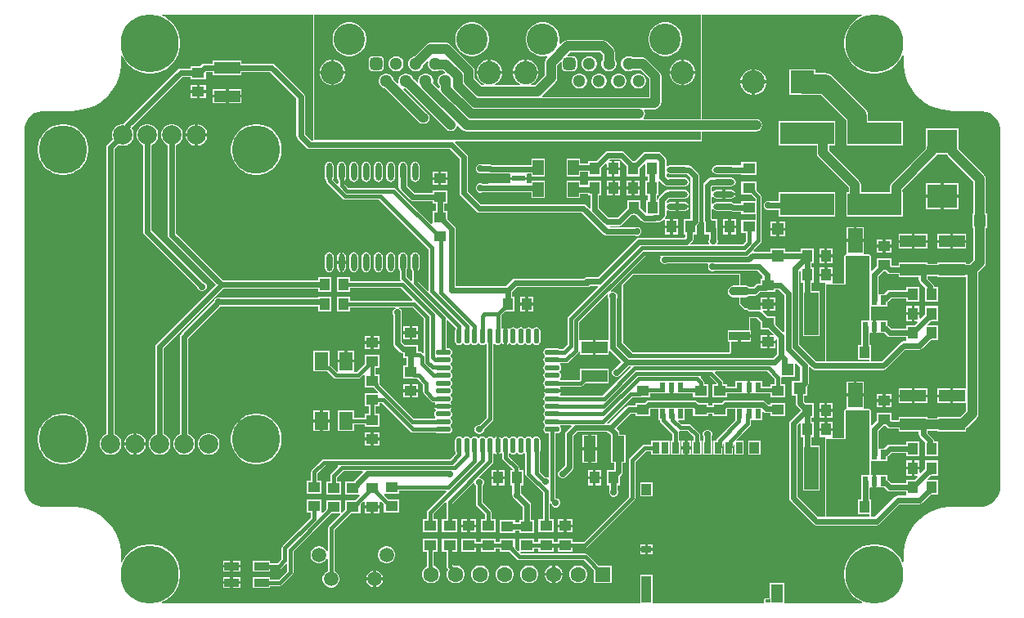
<source format=gtl>
G04*
G04 #@! TF.GenerationSoftware,Altium Limited,Altium Designer,21.0.9 (235)*
G04*
G04 Layer_Physical_Order=1*
G04 Layer_Color=255*
%FSLAX25Y25*%
%MOIN*%
G70*
G04*
G04 #@! TF.SameCoordinates,959B754D-2E43-44A3-80A8-312F36613E2A*
G04*
G04*
G04 #@! TF.FilePolarity,Positive*
G04*
G01*
G75*
%ADD11C,0.02362*%
%ADD12C,0.00787*%
%ADD15C,0.01575*%
G04:AMPARAMS|DCode=18|XSize=85.03mil|YSize=126.46mil|CornerRadius=17.86mil|HoleSize=0mil|Usage=FLASHONLY|Rotation=180.000|XOffset=0mil|YOffset=0mil|HoleType=Round|Shape=RoundedRectangle|*
%AMROUNDEDRECTD18*
21,1,0.08503,0.09075,0,0,180.0*
21,1,0.04932,0.12646,0,0,180.0*
1,1,0.03571,-0.02466,0.04538*
1,1,0.03571,0.02466,0.04538*
1,1,0.03571,0.02466,-0.04538*
1,1,0.03571,-0.02466,-0.04538*
%
%ADD18ROUNDEDRECTD18*%
G04:AMPARAMS|DCode=19|XSize=85.03mil|YSize=35.91mil|CornerRadius=17.96mil|HoleSize=0mil|Usage=FLASHONLY|Rotation=180.000|XOffset=0mil|YOffset=0mil|HoleType=Round|Shape=RoundedRectangle|*
%AMROUNDEDRECTD19*
21,1,0.08503,0.00000,0,0,180.0*
21,1,0.04911,0.03591,0,0,180.0*
1,1,0.03591,-0.02456,0.00000*
1,1,0.03591,0.02456,0.00000*
1,1,0.03591,0.02456,0.00000*
1,1,0.03591,-0.02456,0.00000*
%
%ADD19ROUNDEDRECTD19*%
%ADD20R,0.08503X0.03591*%
%ADD21R,0.02362X0.03937*%
%ADD22O,0.08661X0.02362*%
%ADD23O,0.02165X0.06299*%
%ADD24O,0.06299X0.02165*%
%ADD25O,0.02362X0.07284*%
%ADD26R,0.05118X0.05118*%
%ADD27R,0.22047X0.09055*%
%ADD28R,0.04331X0.05118*%
%ADD29R,0.12205X0.09646*%
%ADD30R,0.05118X0.04331*%
%ADD31R,0.04528X0.06102*%
%ADD32R,0.05709X0.02362*%
%ADD33R,0.05906X0.17323*%
%ADD34R,0.06102X0.09843*%
%ADD35R,0.10630X0.04921*%
%ADD36R,0.02756X0.04724*%
%ADD37R,0.03937X0.04724*%
%ADD38R,0.03937X0.03150*%
%ADD39R,0.03937X0.11024*%
%ADD40R,0.05118X0.07480*%
%ADD41R,0.04921X0.10630*%
%ADD42R,0.05906X0.03543*%
%ADD43R,0.05512X0.07480*%
%ADD78C,0.03937*%
%ADD79C,0.07874*%
%ADD80C,0.06299*%
%ADD81R,0.06299X0.06299*%
%ADD82C,0.09449*%
%ADD83R,0.09449X0.09449*%
%ADD84C,0.19685*%
%ADD85C,0.07874*%
%ADD86C,0.12795*%
%ADD87C,0.05118*%
G04:AMPARAMS|DCode=88|XSize=51.18mil|YSize=51.18mil|CornerRadius=12.8mil|HoleSize=0mil|Usage=FLASHONLY|Rotation=180.000|XOffset=0mil|YOffset=0mil|HoleType=Round|Shape=RoundedRectangle|*
%AMROUNDEDRECTD88*
21,1,0.05118,0.02559,0,0,180.0*
21,1,0.02559,0.05118,0,0,180.0*
1,1,0.02559,-0.01280,0.01280*
1,1,0.02559,0.01280,0.01280*
1,1,0.02559,0.01280,-0.01280*
1,1,0.02559,-0.01280,-0.01280*
%
%ADD88ROUNDEDRECTD88*%
%ADD89C,0.23622*%
%ADD90C,0.05906*%
%ADD91C,0.02756*%
G36*
X275590Y197399D02*
X252524D01*
X252293Y197899D01*
X252719Y198537D01*
X252911Y199500D01*
X252719Y200463D01*
X252414Y200920D01*
X252681Y201420D01*
X256693D01*
X257656Y201612D01*
X258473Y202157D01*
X258866Y202551D01*
X259412Y203368D01*
X259604Y204331D01*
Y214961D01*
X259412Y215924D01*
X258866Y216740D01*
X253847Y221760D01*
X253030Y222306D01*
X252067Y222497D01*
X248019D01*
X247441Y222831D01*
X246663Y223039D01*
X245857D01*
X245079Y222831D01*
X244381Y222428D01*
X243812Y221859D01*
X243409Y221161D01*
X243201Y220383D01*
Y219578D01*
X243409Y218800D01*
X243812Y218102D01*
X244381Y217532D01*
X245079Y217130D01*
X245857Y216921D01*
X246663D01*
X247441Y217130D01*
X248019Y217463D01*
X251024D01*
X254570Y213918D01*
Y206454D01*
X211009D01*
X210907Y206954D01*
X216347Y212393D01*
X216892Y213210D01*
X217084Y214173D01*
Y219430D01*
X218571Y220918D01*
X219071Y220710D01*
Y218701D01*
X219210Y218006D01*
X219603Y217418D01*
X220192Y217025D01*
X220886Y216886D01*
X223445D01*
X224139Y217025D01*
X224728Y217418D01*
X225121Y218006D01*
X225259Y218701D01*
Y221260D01*
X225121Y221954D01*
X224728Y222543D01*
X224139Y222936D01*
X223445Y223074D01*
X221435D01*
X221228Y223574D01*
X222302Y224648D01*
X234784D01*
X235712Y223721D01*
Y221739D01*
X235378Y221161D01*
X235169Y220383D01*
Y219578D01*
X235378Y218800D01*
X235781Y218102D01*
X236350Y217532D01*
X237048Y217130D01*
X237826Y216921D01*
X238631D01*
X239409Y217130D01*
X240107Y217532D01*
X240676Y218102D01*
X241079Y218800D01*
X241287Y219578D01*
Y220383D01*
X241079Y221161D01*
X240745Y221739D01*
Y224764D01*
X240554Y225727D01*
X240008Y226543D01*
X237607Y228945D01*
X236790Y229491D01*
X235827Y229682D01*
X221260D01*
X220297Y229491D01*
X219480Y228945D01*
X218521Y227986D01*
X218368Y227996D01*
X217964Y228525D01*
X218118Y229301D01*
Y230660D01*
X217853Y231992D01*
X217333Y233248D01*
X216578Y234377D01*
X215617Y235338D01*
X214488Y236093D01*
X213232Y236613D01*
X211900Y236878D01*
X210541D01*
X209208Y236613D01*
X207953Y236093D01*
X206823Y235338D01*
X205863Y234377D01*
X205108Y233248D01*
X204588Y231992D01*
X204323Y230660D01*
Y229301D01*
X204588Y227968D01*
X205108Y226713D01*
X205863Y225583D01*
X206823Y224623D01*
X207953Y223868D01*
X209208Y223348D01*
X210541Y223083D01*
X211900D01*
X212676Y223237D01*
X213204Y222832D01*
X213215Y222679D01*
X212787Y222252D01*
X212242Y221436D01*
X212050Y220472D01*
Y215216D01*
X208013Y211178D01*
X206504D01*
X206370Y211678D01*
X207440Y212296D01*
X208413Y213269D01*
X209101Y214460D01*
X209457Y215789D01*
Y215886D01*
X204232D01*
X199008D01*
Y215789D01*
X199364Y214460D01*
X200052Y213269D01*
X201024Y212296D01*
X202094Y211678D01*
X201960Y211178D01*
X191741D01*
X191607Y211678D01*
X192676Y212296D01*
X193649Y213269D01*
X194337Y214460D01*
X194693Y215789D01*
Y215886D01*
X189469D01*
X184244D01*
Y215789D01*
X184600Y214460D01*
X185288Y213269D01*
X186261Y212296D01*
X187330Y211678D01*
X187196Y211178D01*
X186373D01*
X183517Y214035D01*
Y216893D01*
X183325Y217856D01*
X182780Y218672D01*
X181041Y220411D01*
X181041Y220411D01*
X173688Y227764D01*
X172872Y228309D01*
X171909Y228501D01*
X165492D01*
X164529Y228309D01*
X163712Y227764D01*
X158952Y223004D01*
X158307Y222831D01*
X157610Y222428D01*
X157040Y221859D01*
X156638Y221161D01*
X156429Y220383D01*
Y219578D01*
X156638Y218800D01*
X157040Y218102D01*
X157610Y217532D01*
X158307Y217130D01*
X159085Y216921D01*
X159891D01*
X160669Y217130D01*
X161366Y217532D01*
X161936Y218102D01*
X162339Y218800D01*
X162512Y219444D01*
X164123Y221056D01*
X164572Y220797D01*
X164461Y220383D01*
Y219578D01*
X164669Y218800D01*
X165072Y218102D01*
X165641Y217532D01*
X166339Y217130D01*
X167117Y216921D01*
X167922D01*
X168700Y217130D01*
X168887Y217237D01*
X170821D01*
X171527Y216532D01*
X171320Y216032D01*
X171133D01*
X170355Y215823D01*
X169657Y215420D01*
X169088Y214851D01*
X168685Y214153D01*
X168476Y213375D01*
Y212570D01*
X168685Y211792D01*
X169088Y211094D01*
X169245Y210937D01*
Y210189D01*
X168745Y209982D01*
X166477Y212250D01*
X166563Y212570D01*
Y213375D01*
X166355Y214153D01*
X165952Y214851D01*
X165382Y215420D01*
X164685Y215823D01*
X163907Y216032D01*
X163101D01*
X162323Y215823D01*
X161626Y215420D01*
X161056Y214851D01*
X160653Y214153D01*
X160445Y213375D01*
Y212714D01*
X159989Y212463D01*
X158946Y213506D01*
X158560Y213764D01*
X158379Y213945D01*
X158323Y214153D01*
X157920Y214851D01*
X157351Y215420D01*
X156653Y215823D01*
X155875Y216032D01*
X155070D01*
X154292Y215823D01*
X153594Y215420D01*
X153025Y214851D01*
X152622Y214153D01*
X152413Y213375D01*
Y212570D01*
X152524Y212156D01*
X152076Y211897D01*
X150464Y213509D01*
X150292Y214153D01*
X149889Y214851D01*
X149319Y215420D01*
X148622Y215823D01*
X147844Y216032D01*
X147038D01*
X146260Y215823D01*
X145563Y215420D01*
X144993Y214851D01*
X144590Y214153D01*
X144382Y213375D01*
Y212570D01*
X144590Y211792D01*
X144993Y211094D01*
X145563Y210525D01*
X146260Y210122D01*
X146905Y209949D01*
X160602Y196252D01*
X161419Y195706D01*
X162382Y195515D01*
X162598D01*
X163562Y195706D01*
X164378Y196252D01*
X164924Y197068D01*
X165115Y198031D01*
X164924Y198995D01*
X164378Y199811D01*
X163726Y200247D01*
X154397Y209576D01*
X154656Y210024D01*
X155070Y209913D01*
X155308D01*
X155645Y209688D01*
X172037Y193297D01*
X172037Y193297D01*
X172853Y192751D01*
X173816Y192559D01*
X174780Y192751D01*
X175596Y193297D01*
X176142Y194113D01*
X176249Y194652D01*
X176791Y194817D01*
X178506Y193102D01*
X179323Y192557D01*
X180286Y192365D01*
X275590D01*
Y188976D01*
X118110D01*
Y240158D01*
X275590D01*
Y197399D01*
D02*
G37*
G36*
X341539Y239657D02*
X340004Y238876D01*
X338437Y237737D01*
X337066Y236367D01*
X335927Y234799D01*
X335048Y233072D01*
X334449Y231229D01*
X334146Y229315D01*
Y227378D01*
X334449Y225464D01*
X335048Y223621D01*
X335927Y221894D01*
X337066Y220326D01*
X338437Y218956D01*
X340004Y217817D01*
X341731Y216937D01*
X343574Y216339D01*
X345488Y216035D01*
X347426D01*
X349340Y216339D01*
X351183Y216937D01*
X352909Y217817D01*
X354477Y218956D01*
X355847Y220326D01*
X356986Y221894D01*
X357768Y223428D01*
X358268Y223308D01*
Y220472D01*
X358310Y219185D01*
X358646Y216632D01*
X359312Y214145D01*
X360298Y211766D01*
X361585Y209536D01*
X363153Y207493D01*
X364973Y205672D01*
X367016Y204105D01*
X369246Y202818D01*
X371625Y201832D01*
X374112Y201166D01*
X376665Y200830D01*
X377953Y200787D01*
X390539D01*
X392060Y200485D01*
X393494Y199891D01*
X394783Y199030D01*
X395880Y197933D01*
X396742Y196643D01*
X397335Y195210D01*
X397638Y193689D01*
Y192913D01*
Y47244D01*
Y46469D01*
X397335Y44947D01*
X396742Y43514D01*
X395880Y42225D01*
X394783Y41128D01*
X393494Y40266D01*
X392060Y39673D01*
X390539Y39370D01*
X377953D01*
X376665Y39328D01*
X374112Y38992D01*
X371625Y38325D01*
X369246Y37340D01*
X367016Y36053D01*
X364973Y34485D01*
X363153Y32664D01*
X361585Y30621D01*
X360298Y28392D01*
X359312Y26013D01*
X358646Y23525D01*
X358310Y20973D01*
X358268Y19685D01*
Y16849D01*
X357768Y16729D01*
X356986Y18263D01*
X355847Y19831D01*
X354477Y21201D01*
X352909Y22340D01*
X351183Y23220D01*
X349340Y23819D01*
X347426Y24122D01*
X345488D01*
X343574Y23819D01*
X341731Y23220D01*
X340004Y22340D01*
X338437Y21201D01*
X337066Y19831D01*
X335927Y18263D01*
X335048Y16537D01*
X334449Y14694D01*
X334146Y12780D01*
Y10842D01*
X334449Y8928D01*
X335048Y7085D01*
X335927Y5359D01*
X337066Y3791D01*
X338437Y2421D01*
X340004Y1282D01*
X341539Y500D01*
X341418Y0D01*
X309752D01*
Y8177D01*
X303634D01*
Y2431D01*
X303319Y2116D01*
X301969D01*
X301586Y1957D01*
X301427Y1575D01*
Y197D01*
X301296Y0D01*
X256012D01*
Y11721D01*
X251075D01*
Y0D01*
X56219D01*
X56099Y500D01*
X57634Y1282D01*
X59201Y2421D01*
X60571Y3791D01*
X61710Y5359D01*
X62590Y7085D01*
X63189Y8928D01*
X63492Y10842D01*
Y12780D01*
X63189Y14694D01*
X62590Y16537D01*
X61710Y18263D01*
X60571Y19831D01*
X59201Y21201D01*
X57634Y22340D01*
X55907Y23220D01*
X54064Y23819D01*
X52150Y24122D01*
X50212D01*
X48298Y23819D01*
X46455Y23220D01*
X44729Y22340D01*
X43161Y21201D01*
X41791Y19831D01*
X40652Y18263D01*
X39870Y16729D01*
X39370Y16849D01*
Y19685D01*
X39328Y20973D01*
X38992Y23525D01*
X38325Y26013D01*
X37340Y28392D01*
X36053Y30621D01*
X34485Y32664D01*
X32664Y34485D01*
X30621Y36053D01*
X28392Y37340D01*
X26013Y38325D01*
X23525Y38992D01*
X20973Y39328D01*
X19685Y39370D01*
X7098D01*
X5577Y39673D01*
X4144Y40266D01*
X2855Y41128D01*
X1758Y42225D01*
X896Y43514D01*
X303Y44947D01*
X0Y46469D01*
Y47244D01*
X0Y47244D01*
Y192913D01*
X0Y193689D01*
X303Y195210D01*
X896Y196643D01*
X1758Y197933D01*
X2855Y199030D01*
X4144Y199891D01*
X5577Y200485D01*
X7098Y200787D01*
X19685D01*
X20973Y200830D01*
X23525Y201166D01*
X26013Y201832D01*
X28392Y202818D01*
X30621Y204105D01*
X32664Y205672D01*
X34485Y207493D01*
X36053Y209536D01*
X37340Y211766D01*
X38325Y214145D01*
X38992Y216632D01*
X39328Y219185D01*
X39370Y220472D01*
Y223308D01*
X39870Y223428D01*
X40652Y221894D01*
X41791Y220326D01*
X43161Y218956D01*
X44729Y217817D01*
X46455Y216937D01*
X48298Y216339D01*
X50212Y216035D01*
X52150D01*
X54064Y216339D01*
X55907Y216937D01*
X57634Y217817D01*
X59201Y218956D01*
X60571Y220326D01*
X61710Y221894D01*
X62590Y223621D01*
X63189Y225464D01*
X63492Y227378D01*
Y229315D01*
X63189Y231229D01*
X62590Y233072D01*
X61710Y234799D01*
X60571Y236367D01*
X59201Y237737D01*
X57634Y238876D01*
X56099Y239657D01*
X56219Y240158D01*
X117569D01*
Y188976D01*
X117399Y188722D01*
X116852D01*
X114313Y191261D01*
Y206693D01*
X114182Y207349D01*
X113810Y207905D01*
X102098Y219618D01*
X101542Y219989D01*
X100886Y220120D01*
X88492D01*
Y221366D01*
X76862D01*
Y220120D01*
X73327D01*
X72671Y219989D01*
X72115Y219618D01*
X71501Y219004D01*
X67807D01*
Y218053D01*
X63583D01*
X62927Y217922D01*
X62371Y217551D01*
X40869Y196049D01*
X40497Y195493D01*
X40475Y195382D01*
X39534D01*
X38405Y195080D01*
X37394Y194495D01*
X36568Y193669D01*
X35983Y192657D01*
X35681Y191529D01*
Y190361D01*
X35983Y189234D01*
X33906Y187157D01*
X33535Y186601D01*
X33404Y185945D01*
Y69095D01*
X32394Y68511D01*
X31568Y67685D01*
X30983Y66673D01*
X30681Y65545D01*
Y64376D01*
X30983Y63248D01*
X31568Y62236D01*
X32394Y61410D01*
X33406Y60826D01*
X34534Y60524D01*
X35702D01*
X36831Y60826D01*
X37843Y61410D01*
X38669Y62236D01*
X39253Y63248D01*
X39555Y64376D01*
Y65545D01*
X39253Y66673D01*
X38669Y67685D01*
X37843Y68511D01*
X36832Y69095D01*
Y185235D01*
X38407Y186810D01*
X39534Y186508D01*
X40702D01*
X41831Y186810D01*
X42843Y187394D01*
X43669Y188221D01*
X44253Y189232D01*
X44555Y190361D01*
Y191529D01*
X44253Y192657D01*
X43669Y193669D01*
X43637Y193701D01*
X43664Y193743D01*
X43727Y194059D01*
X64293Y214625D01*
X67807D01*
Y213673D01*
X73925D01*
Y216580D01*
X74037Y216691D01*
X76862D01*
Y215445D01*
X88492D01*
Y216691D01*
X100176D01*
X110884Y205983D01*
Y190551D01*
X111015Y189895D01*
X111386Y189339D01*
X114930Y185796D01*
X115486Y185424D01*
X116142Y185294D01*
X173306D01*
X177420Y181180D01*
Y167323D01*
X177550Y166667D01*
X177922Y166111D01*
X184221Y159812D01*
X184777Y159440D01*
X185433Y159310D01*
X227132D01*
X236079Y150363D01*
X236635Y149991D01*
X237291Y149861D01*
X248837D01*
X249233Y149697D01*
X249980D01*
X250670Y149983D01*
X251198Y150511D01*
X251484Y151201D01*
Y151948D01*
X251198Y152639D01*
X250670Y153167D01*
X249980Y153453D01*
X249233D01*
X248837Y153289D01*
X238475D01*
X238470Y153298D01*
X238737Y153798D01*
X242323D01*
X242979Y153928D01*
X243535Y154300D01*
X247593Y158358D01*
X248863D01*
X251347Y155875D01*
X251903Y155503D01*
X252559Y155373D01*
X256693D01*
X257148Y155463D01*
X258767D01*
X259423Y155594D01*
X259979Y155965D01*
X260614Y156600D01*
X261114Y156393D01*
X261114Y156189D01*
Y154134D01*
X263189D01*
Y156602D01*
X261558D01*
X261323Y156602D01*
X261147Y156889D01*
X261137Y156925D01*
X261089Y157092D01*
X261426Y157597D01*
X261557Y158253D01*
Y160127D01*
X262057Y160395D01*
X262336Y160208D01*
X262992Y160077D01*
X265551D01*
Y161791D01*
Y163505D01*
X262992D01*
X262336Y163375D01*
X262084Y163206D01*
X261658Y163423D01*
X261613Y163914D01*
X262777Y165077D01*
X269291D01*
X269947Y165208D01*
X270503Y165579D01*
X270875Y166135D01*
X271005Y166791D01*
X270875Y167447D01*
X270503Y168003D01*
X269947Y168375D01*
X269291Y168505D01*
X262067D01*
X261411Y168375D01*
X260855Y168003D01*
X258630Y165779D01*
X258259Y165223D01*
X258128Y164567D01*
Y164476D01*
X257620D01*
Y166232D01*
X258374D01*
Y171959D01*
X258874Y172167D01*
X260461Y170579D01*
X261017Y170208D01*
X261673Y170077D01*
X269291D01*
X269947Y170208D01*
X270503Y170579D01*
X270875Y171135D01*
X271005Y171791D01*
X270875Y172447D01*
X270503Y173003D01*
X269947Y173375D01*
X269291Y173505D01*
X262383D01*
X261557Y174332D01*
Y175127D01*
X262057Y175395D01*
X262336Y175208D01*
X262992Y175077D01*
X270136D01*
X271514Y173699D01*
Y156602D01*
X268791D01*
Y150484D01*
X269454D01*
Y149535D01*
X268984Y149064D01*
X250552D01*
X249896Y148934D01*
X249340Y148562D01*
X233670Y132892D01*
X230115D01*
X229901Y132980D01*
X229154D01*
X228464Y132694D01*
X228192Y132423D01*
X200000D01*
X199344Y132292D01*
X198788Y131921D01*
X196337Y129470D01*
X175730D01*
Y152559D01*
X175599Y153215D01*
X175228Y153771D01*
X172350Y156648D01*
Y159949D01*
X171005D01*
Y162886D01*
X172350D01*
Y168217D01*
X166232D01*
Y167462D01*
X158925D01*
X155947Y170441D01*
Y175885D01*
Y178346D01*
X155816Y179002D01*
X155445Y179558D01*
X154889Y179929D01*
X154233Y180060D01*
X153577Y179929D01*
X153021Y179558D01*
X152649Y179002D01*
X152519Y178346D01*
Y173425D01*
Y169731D01*
X152649Y169075D01*
X153021Y168519D01*
X157003Y164536D01*
X157560Y164164D01*
X158215Y164034D01*
X166232D01*
Y162886D01*
X167577D01*
Y159949D01*
X166232D01*
Y154835D01*
X165732Y154628D01*
X151322Y169038D01*
X150896Y169323D01*
X150394Y169423D01*
X132040D01*
X130545Y170917D01*
Y172363D01*
X130816Y172769D01*
X130947Y173425D01*
Y178346D01*
X130816Y179002D01*
X130445Y179558D01*
X129889Y179929D01*
X129233Y180060D01*
X128577Y179929D01*
X128021Y179558D01*
X127649Y179002D01*
X127519Y178346D01*
Y173425D01*
X127649Y172769D01*
X127920Y172363D01*
Y171262D01*
X127458Y171070D01*
X125794Y172735D01*
X125816Y172769D01*
X125947Y173425D01*
Y178346D01*
X125816Y179002D01*
X125445Y179558D01*
X124889Y179929D01*
X124233Y180060D01*
X123577Y179929D01*
X123021Y179558D01*
X122649Y179002D01*
X122519Y178346D01*
Y173425D01*
X122649Y172769D01*
X123021Y172213D01*
X123096Y172162D01*
X123171Y171786D01*
X123455Y171361D01*
X129709Y165107D01*
X130134Y164823D01*
X130637Y164723D01*
X144445D01*
X164829Y144338D01*
Y127676D01*
X164329Y127469D01*
X160545Y131253D01*
Y135552D01*
X160816Y135958D01*
X160947Y136614D01*
Y141535D01*
X160816Y142191D01*
X160445Y142747D01*
X159889Y143119D01*
X159233Y143249D01*
X158577Y143119D01*
X158021Y142747D01*
X157649Y142191D01*
X157519Y141535D01*
Y136614D01*
X157649Y135958D01*
X157920Y135552D01*
Y131597D01*
X157458Y131406D01*
X155696Y133168D01*
Y135778D01*
X155816Y135958D01*
X155947Y136614D01*
Y141535D01*
X155816Y142191D01*
X155445Y142747D01*
X154889Y143119D01*
X154233Y143249D01*
X153577Y143119D01*
X153021Y142747D01*
X152649Y142191D01*
X152519Y141535D01*
Y136614D01*
X152649Y135958D01*
X153021Y135402D01*
X153071Y135368D01*
Y132625D01*
X153171Y132122D01*
X153430Y131734D01*
X153379Y131511D01*
X153264Y131234D01*
X132587D01*
Y132980D01*
X127256D01*
Y126862D01*
X132587D01*
Y128609D01*
X153393D01*
X158180Y123822D01*
X157989Y123360D01*
X132587D01*
Y125106D01*
X127256D01*
Y118988D01*
X132587D01*
Y120735D01*
X151140D01*
X151239Y120235D01*
X150905Y120096D01*
X150376Y119568D01*
X150091Y118877D01*
Y118130D01*
X150254Y117735D01*
Y105905D01*
X150385Y105250D01*
X150757Y104693D01*
X153119Y102331D01*
X153675Y101960D01*
X154331Y101829D01*
X154421D01*
Y99894D01*
X155766D01*
Y96957D01*
X154421D01*
Y91626D01*
X158731D01*
X158858Y91601D01*
X160086D01*
X162467Y89220D01*
Y86221D01*
X162567Y85718D01*
X162851Y85292D01*
X165607Y82536D01*
X166033Y82252D01*
X166535Y82152D01*
X167283D01*
X167401Y82008D01*
X167461Y81456D01*
X167112Y80932D01*
X167106Y80905D01*
X170669D01*
X174232D01*
X174227Y80932D01*
X173877Y81456D01*
X173678Y81589D01*
Y82190D01*
X173877Y82323D01*
X174227Y82847D01*
X174350Y83465D01*
X174227Y84082D01*
X173877Y84606D01*
X173678Y84739D01*
Y85340D01*
X173877Y85473D01*
X174227Y85997D01*
X174350Y86614D01*
X174227Y87232D01*
X173877Y87755D01*
X173678Y87888D01*
Y88490D01*
X173877Y88623D01*
X174227Y89146D01*
X174350Y89764D01*
X174227Y90381D01*
X173877Y90905D01*
X173678Y91038D01*
Y91639D01*
X173877Y91772D01*
X174227Y92296D01*
X174350Y92913D01*
X174227Y93531D01*
X173877Y94054D01*
X173678Y94187D01*
Y94789D01*
X173877Y94922D01*
X174227Y95446D01*
X174350Y96063D01*
X174227Y96680D01*
X173877Y97204D01*
X173678Y97337D01*
Y97939D01*
X173877Y98072D01*
X174227Y98595D01*
X174350Y99213D01*
X174227Y99830D01*
X173877Y100354D01*
X173678Y100487D01*
Y101088D01*
X173877Y101221D01*
X174227Y101745D01*
X174350Y102362D01*
X174227Y102980D01*
X173877Y103503D01*
X173354Y103853D01*
X172736Y103976D01*
X171982D01*
Y115451D01*
X172444Y115642D01*
X175740Y112346D01*
Y111640D01*
X175674Y111543D01*
X175552Y110925D01*
Y106791D01*
X175674Y106174D01*
X176024Y105650D01*
X176548Y105300D01*
X177165Y105178D01*
X177783Y105300D01*
X178306Y105650D01*
X178439Y105850D01*
X179041D01*
X179174Y105650D01*
X179697Y105300D01*
X180315Y105178D01*
X180932Y105300D01*
X181456Y105650D01*
X181589Y105850D01*
X182190D01*
X182324Y105650D01*
X182847Y105300D01*
X183465Y105178D01*
X184082Y105300D01*
X184606Y105650D01*
X184739Y105850D01*
X185340D01*
X185473Y105650D01*
X185997Y105300D01*
X186614Y105178D01*
X187232Y105300D01*
X187755Y105650D01*
X188308Y105589D01*
X188451Y105472D01*
Y75740D01*
X185455Y72744D01*
X185059D01*
X184369Y72458D01*
X183841Y71930D01*
X183555Y71240D01*
Y70493D01*
X183841Y69802D01*
X184369Y69274D01*
X185059Y68988D01*
X185807D01*
X186497Y69274D01*
X187025Y69802D01*
X187311Y70493D01*
Y70888D01*
X190692Y74269D01*
X190977Y74695D01*
X191076Y75197D01*
Y105472D01*
X191220Y105589D01*
X191772Y105650D01*
X192296Y105300D01*
X192913Y105178D01*
X193531Y105300D01*
X194054Y105650D01*
X194187Y105850D01*
X194789D01*
X194922Y105650D01*
X195446Y105300D01*
X195472Y105295D01*
Y108858D01*
Y112421D01*
X195446Y112416D01*
X194922Y112066D01*
X194370Y112127D01*
X194226Y112245D01*
Y117370D01*
X195844Y118988D01*
X199713D01*
Y125106D01*
X198761D01*
Y127046D01*
X200710Y128995D01*
X229528D01*
X230184Y129125D01*
X230690Y129464D01*
X233647D01*
X233838Y129002D01*
X221800Y116964D01*
X221516Y116538D01*
X221416Y116035D01*
Y105555D01*
X219535Y103675D01*
X218109D01*
X217842Y103853D01*
X217224Y103976D01*
X213090D01*
X212473Y103853D01*
X211949Y103503D01*
X211600Y102980D01*
X211477Y102362D01*
X211600Y101745D01*
X211949Y101221D01*
X212149Y101088D01*
Y100487D01*
X211949Y100354D01*
X211600Y99830D01*
X211477Y99213D01*
X211600Y98595D01*
X211949Y98072D01*
X212149Y97939D01*
Y97337D01*
X211949Y97204D01*
X211600Y96680D01*
X211477Y96063D01*
X211600Y95446D01*
X211949Y94922D01*
X212149Y94789D01*
Y94187D01*
X211949Y94054D01*
X211600Y93531D01*
X211477Y92913D01*
X211600Y92296D01*
X211949Y91772D01*
X212149Y91639D01*
Y91038D01*
X211949Y90905D01*
X211600Y90381D01*
X211477Y89764D01*
X211600Y89146D01*
X211949Y88623D01*
X212149Y88490D01*
Y87888D01*
X211949Y87755D01*
X211600Y87232D01*
X211594Y87205D01*
X215158D01*
X218721D01*
X218715Y87232D01*
X218366Y87755D01*
X218426Y88308D01*
X218544Y88451D01*
X226833D01*
X227336Y88551D01*
X227762Y88836D01*
X228583Y89657D01*
X238098D01*
Y95579D01*
X226468D01*
Y91255D01*
X226290Y91076D01*
X218544D01*
X218426Y91220D01*
X218366Y91772D01*
X218715Y92296D01*
X218838Y92913D01*
X218715Y93531D01*
X218366Y94054D01*
X218166Y94187D01*
Y94789D01*
X218366Y94922D01*
X218715Y95446D01*
X218838Y96063D01*
X218715Y96680D01*
X218366Y97204D01*
X218426Y97756D01*
X218544Y97900D01*
X220866D01*
X221369Y98000D01*
X221794Y98284D01*
X225731Y102222D01*
X225969Y102576D01*
X226261Y102564D01*
X226468Y102493D01*
Y101272D01*
X231693D01*
Y104232D01*
Y107193D01*
X226468D01*
X226116Y107547D01*
Y114632D01*
X237550Y126067D01*
X237974Y125784D01*
X237886Y125570D01*
Y124823D01*
X238050Y124428D01*
Y107193D01*
X232874D01*
Y104232D01*
Y101272D01*
X238098D01*
Y102748D01*
X238404Y102897D01*
X238598Y102922D01*
X243170Y98350D01*
X240671Y95850D01*
X240275Y95687D01*
X239746Y95158D01*
X239461Y94468D01*
Y93721D01*
X239746Y93031D01*
X240275Y92502D01*
X240965Y92216D01*
X241712D01*
X242402Y92502D01*
X242931Y93031D01*
X243094Y93427D01*
X246304Y96636D01*
X246920D01*
X247111Y96174D01*
X235714Y84777D01*
X218544D01*
X218426Y84921D01*
X218366Y85473D01*
X218715Y85997D01*
X218721Y86024D01*
X215158D01*
X211594D01*
X211600Y85997D01*
X211949Y85473D01*
X212149Y85340D01*
Y84739D01*
X211949Y84606D01*
X211600Y84082D01*
X211477Y83465D01*
X211600Y82847D01*
X211949Y82323D01*
X212149Y82190D01*
Y81589D01*
X211949Y81456D01*
X211600Y80932D01*
X211477Y80315D01*
X211600Y79697D01*
X211949Y79174D01*
X212149Y79041D01*
Y78439D01*
X211949Y78306D01*
X211600Y77783D01*
X211477Y77165D01*
X211600Y76548D01*
X211949Y76024D01*
X212149Y75891D01*
Y75290D01*
X211949Y75157D01*
X211600Y74633D01*
X211477Y74016D01*
X211600Y73398D01*
X211949Y72875D01*
X212149Y72742D01*
Y72140D01*
X211949Y72007D01*
X211600Y71484D01*
X211477Y70866D01*
X211600Y70249D01*
X211949Y69725D01*
X212473Y69375D01*
X213090Y69253D01*
X213845D01*
Y51563D01*
X213345Y51286D01*
X212866Y51484D01*
X212183D01*
X209974Y53693D01*
Y61419D01*
X210152Y61686D01*
X210275Y62303D01*
Y66437D01*
X210152Y67054D01*
X209803Y67578D01*
X209279Y67928D01*
X208661Y68051D01*
X208044Y67928D01*
X207520Y67578D01*
X207387Y67379D01*
X206786D01*
X206653Y67578D01*
X206129Y67928D01*
X205512Y68051D01*
X204894Y67928D01*
X204371Y67578D01*
X204238Y67379D01*
X203636D01*
X203503Y67578D01*
X202980Y67928D01*
X202362Y68051D01*
X201745Y67928D01*
X201221Y67578D01*
X201088Y67379D01*
X200487D01*
X200354Y67578D01*
X199830Y67928D01*
X199213Y68051D01*
X198595Y67928D01*
X198072Y67578D01*
X197939Y67379D01*
X197337D01*
X197204Y67578D01*
X196680Y67928D01*
X196063Y68051D01*
X195446Y67928D01*
X194922Y67578D01*
X194789Y67379D01*
X194187D01*
X194054Y67578D01*
X193531Y67928D01*
X193504Y67933D01*
Y64370D01*
Y60807D01*
X193531Y60812D01*
X194054Y61162D01*
X194607Y61101D01*
X194750Y60984D01*
Y59449D01*
X194850Y58947D01*
X195135Y58521D01*
X198915Y54740D01*
X198768Y54240D01*
X197925D01*
Y48122D01*
X198877D01*
Y44291D01*
X198909Y44126D01*
Y43721D01*
X199195Y43031D01*
X199724Y42502D01*
X200119Y42338D01*
X203010Y39448D01*
Y33965D01*
X201665D01*
Y33013D01*
X199909D01*
Y33965D01*
X193791D01*
Y28634D01*
X199909D01*
Y29585D01*
X201665D01*
Y28634D01*
X207784D01*
Y33965D01*
X206438D01*
Y40157D01*
X206308Y40813D01*
X205936Y41370D01*
X202543Y44763D01*
X202379Y45158D01*
X202305Y45233D01*
Y48122D01*
X203256D01*
Y54240D01*
X201645D01*
Y55180D01*
X201545Y55682D01*
X201260Y56108D01*
X197376Y59992D01*
Y60984D01*
X197519Y61101D01*
X198072Y61162D01*
X198595Y60812D01*
X199213Y60690D01*
X199830Y60812D01*
X200354Y61162D01*
X200487Y61361D01*
X201088D01*
X201221Y61162D01*
X201745Y60812D01*
X202362Y60690D01*
X202980Y60812D01*
X203503Y61162D01*
X204056Y61101D01*
X204199Y60984D01*
Y52756D01*
X204299Y52254D01*
X204584Y51828D01*
X211286Y45126D01*
Y34161D01*
X209539D01*
Y28831D01*
X215657D01*
Y34161D01*
X213911D01*
Y40762D01*
X214411Y40996D01*
X214657Y40806D01*
Y40571D01*
X214943Y39881D01*
X215472Y39353D01*
X216162Y39067D01*
X216909D01*
X217599Y39353D01*
X218127Y39881D01*
X218413Y40571D01*
Y41318D01*
X218127Y42009D01*
X217599Y42537D01*
X216909Y42823D01*
X216514D01*
X216470Y42867D01*
Y69253D01*
X217224D01*
X217842Y69375D01*
X218366Y69725D01*
X218715Y70249D01*
X218838Y70866D01*
X218715Y71484D01*
X218366Y72007D01*
X218426Y72560D01*
X218544Y72703D01*
X222775D01*
X222967Y72241D01*
X220835Y70110D01*
X220464Y69554D01*
X220333Y68898D01*
Y56222D01*
X218623Y54512D01*
X218228Y54348D01*
X217699Y53820D01*
X217413Y53130D01*
Y52382D01*
X217699Y51692D01*
X218228Y51164D01*
X218918Y50878D01*
X219665D01*
X220355Y51164D01*
X220883Y51692D01*
X221047Y52088D01*
X223259Y54300D01*
X223631Y54856D01*
X223761Y55512D01*
Y68188D01*
X225407Y69833D01*
X237353D01*
X237519Y69668D01*
X238209Y69382D01*
X238430D01*
X239034Y68778D01*
Y64272D01*
X239067Y64106D01*
Y57177D01*
X240314D01*
Y54352D01*
X240202Y54240D01*
X237295D01*
Y48122D01*
X238247D01*
Y45472D01*
X238280Y45307D01*
Y44902D01*
X238565Y44212D01*
X239094Y43683D01*
X239784Y43398D01*
X240531D01*
X241221Y43683D01*
X241750Y44212D01*
X242035Y44902D01*
Y45649D01*
X241750Y46339D01*
X241675Y46414D01*
Y48122D01*
X242626D01*
Y51816D01*
X243240Y52430D01*
X243611Y52986D01*
X243742Y53642D01*
Y57177D01*
X244988D01*
Y68807D01*
X242462D01*
Y69488D01*
X242332Y70144D01*
X241960Y70700D01*
X241203Y71457D01*
X246970Y77223D01*
X248909D01*
Y76272D01*
X255028D01*
Y79178D01*
X255048Y79199D01*
X258358D01*
Y74795D01*
X259120D01*
Y74606D01*
X259220Y74104D01*
X259505Y73678D01*
X264042Y69141D01*
Y66248D01*
X263476D01*
Y60524D01*
X267232D01*
Y66248D01*
X266667D01*
Y69685D01*
X266602Y70013D01*
X266628Y70065D01*
X266943Y70380D01*
X266995Y70406D01*
X267323Y70341D01*
X270322D01*
X272703Y67960D01*
Y66248D01*
X272138D01*
Y60524D01*
X275894D01*
Y66248D01*
X275328D01*
Y68504D01*
X275229Y69006D01*
X274944Y69432D01*
X271794Y72582D01*
X271369Y72866D01*
X270866Y72966D01*
X267866D01*
X266499Y74333D01*
X266691Y74795D01*
X269201D01*
Y79199D01*
X272511D01*
X272532Y79178D01*
Y76272D01*
X278650D01*
Y77223D01*
X280405D01*
Y76272D01*
X286524D01*
Y79178D01*
X286545Y79199D01*
X289854D01*
Y74795D01*
X289854Y74795D01*
X289854D01*
X289527Y74454D01*
X282340Y67267D01*
X282055Y66841D01*
X281955Y66339D01*
Y66248D01*
X280799D01*
Y60524D01*
X284555D01*
Y63850D01*
X284580Y63976D01*
Y65324D01*
X284630Y65357D01*
X285130Y65090D01*
Y60524D01*
X288886D01*
Y63850D01*
X288911Y63976D01*
Y64984D01*
X288961Y65017D01*
X289461Y64750D01*
Y60524D01*
X293216D01*
Y66248D01*
X290411D01*
X290220Y66710D01*
X295810Y72300D01*
X296095Y72726D01*
X296195Y73228D01*
Y74795D01*
X296957D01*
Y74795D01*
X297335D01*
Y74795D01*
X300697D01*
Y78032D01*
X301159Y78224D01*
X301261Y78122D01*
X301817Y77750D01*
X302473Y77620D01*
X304028D01*
Y76272D01*
X310146D01*
Y81602D01*
X304028D01*
Y81048D01*
X303183D01*
X302105Y82125D01*
X301549Y82497D01*
X300893Y82627D01*
X285835D01*
X285179Y82497D01*
X284623Y82125D01*
X284100Y81602D01*
X280405D01*
Y80651D01*
X278650D01*
Y81602D01*
X274956D01*
X274432Y82125D01*
X273876Y82497D01*
X273220Y82627D01*
X254339D01*
X253683Y82497D01*
X253127Y82125D01*
X252604Y81602D01*
X248909D01*
Y80651D01*
X246260D01*
X245604Y80521D01*
X245048Y80149D01*
X238160Y73261D01*
X237582D01*
X237391Y73723D01*
X247591Y83924D01*
X250590D01*
X250717Y83949D01*
X255028D01*
Y85695D01*
X258358D01*
Y85622D01*
X261720D01*
Y85622D01*
X262098D01*
Y85622D01*
X263189D01*
Y88091D01*
X264370D01*
Y85622D01*
X265461D01*
Y85622D01*
X265839D01*
Y85622D01*
X269201D01*
Y85695D01*
X272532D01*
Y83949D01*
X278650D01*
Y89280D01*
X276903D01*
Y90158D01*
X276803Y90660D01*
X276519Y91086D01*
X275572Y92032D01*
X275763Y92494D01*
X279271D01*
X281986Y89780D01*
X281779Y89280D01*
X280405D01*
Y83949D01*
X286524D01*
Y85695D01*
X289854D01*
Y85622D01*
X293094D01*
X293216Y85622D01*
X293595D01*
X293717Y85622D01*
X294685D01*
Y88091D01*
Y90559D01*
X293717D01*
X293595Y90559D01*
X293216D01*
X293094Y90559D01*
X289854D01*
Y88320D01*
X286524D01*
Y89280D01*
X284777D01*
Y90158D01*
X284677Y90660D01*
X284393Y91086D01*
X281371Y94107D01*
X281562Y94569D01*
X302787D01*
X305774Y91582D01*
Y89280D01*
X304028D01*
Y88320D01*
X300697D01*
Y90559D01*
X297457D01*
X297335Y90559D01*
X296957D01*
X296835Y90559D01*
X295866D01*
Y88091D01*
Y85622D01*
X296835D01*
X296957Y85622D01*
X297335D01*
X297457Y85622D01*
X300697D01*
Y85695D01*
X304028D01*
Y83949D01*
X310146D01*
Y89280D01*
X308399D01*
Y92126D01*
X308635Y92413D01*
X314083D01*
Y97752D01*
X314545Y97943D01*
X316199Y96288D01*
Y90658D01*
X312886D01*
Y84539D01*
X314231D01*
Y81693D01*
X314361Y81037D01*
X314733Y80481D01*
X316232Y78982D01*
Y78458D01*
X316111Y78377D01*
X312174Y74440D01*
X311802Y73884D01*
X311672Y73228D01*
Y42913D01*
X311802Y42257D01*
X312174Y41701D01*
X321623Y32253D01*
X322179Y31881D01*
X322835Y31751D01*
X347244D01*
X347900Y31881D01*
X348456Y32253D01*
X356615Y40412D01*
X364764D01*
X365420Y40542D01*
X365976Y40914D01*
X369096Y44034D01*
X369357Y44086D01*
X369505Y44185D01*
X372547D01*
Y50303D01*
X368144D01*
X367953Y50765D01*
X369247Y52059D01*
X372547D01*
Y58177D01*
X367216D01*
Y54877D01*
X365332Y52992D01*
X364870Y53184D01*
Y54528D01*
X362795D01*
Y52059D01*
X363745D01*
X363937Y51597D01*
X362643Y50303D01*
X359539D01*
Y48958D01*
X353367D01*
X352196Y50129D01*
X351878Y50342D01*
Y52173D01*
X348638D01*
X348516Y52173D01*
Y52173D01*
X348138D01*
Y52173D01*
X347047D01*
Y49705D01*
Y47236D01*
X348138D01*
X348138Y47236D01*
X348516D01*
Y47236D01*
X348638Y47236D01*
X350031D01*
X350197Y47203D01*
X350274D01*
X351446Y46032D01*
X352002Y45660D01*
X352658Y45530D01*
X359539D01*
Y44185D01*
X359182Y43840D01*
X355906D01*
X355250Y43709D01*
X354694Y43338D01*
X346534Y35179D01*
X345199D01*
X345029Y35433D01*
Y36311D01*
X345185D01*
Y42429D01*
X344431D01*
Y46879D01*
X344776Y47236D01*
X345866D01*
Y49705D01*
Y52173D01*
X345314D01*
X345161Y52360D01*
X345029Y52636D01*
Y58063D01*
X348016D01*
X348138Y58063D01*
X348516D01*
X348638Y58063D01*
X351878D01*
Y59894D01*
X352196Y60107D01*
X353367Y61278D01*
X359539D01*
Y59933D01*
X364870D01*
Y66051D01*
X359539D01*
Y64706D01*
X352658D01*
X352002Y64576D01*
X351446Y64204D01*
X350274Y63033D01*
X350197D01*
X350031Y63000D01*
X348671D01*
X348516Y63000D01*
X348171Y63357D01*
Y70353D01*
X350152Y72335D01*
X351029D01*
X351642Y71721D01*
X352198Y71350D01*
X352854Y71219D01*
X356390D01*
Y69972D01*
X364522D01*
Y68902D01*
X364652Y68246D01*
X365024Y67690D01*
X367184Y65530D01*
Y63976D01*
X367216Y63811D01*
Y59933D01*
X372547D01*
Y66051D01*
X370612D01*
Y66240D01*
X370481Y66896D01*
X370110Y67452D01*
X368069Y69493D01*
X368025Y69916D01*
X368118Y70294D01*
X368155Y70416D01*
X372138D01*
Y69972D01*
X383768D01*
Y71317D01*
X384260Y71645D01*
X388099Y75484D01*
X388644Y76301D01*
X388836Y77264D01*
Y134883D01*
X391150Y137197D01*
X391695Y138013D01*
X391887Y138976D01*
Y152945D01*
X392429D01*
Y159063D01*
X391887D01*
Y173031D01*
X391695Y173995D01*
X391150Y174811D01*
X380666Y185294D01*
Y185531D01*
X380618Y185775D01*
Y193709D01*
X367413D01*
Y185775D01*
X367365Y185531D01*
Y185294D01*
X353577Y171507D01*
X353032Y170690D01*
X352840Y169727D01*
Y167626D01*
X340959D01*
Y170613D01*
X340768Y171576D01*
X340222Y172392D01*
X327966Y184648D01*
Y186705D01*
X330421D01*
Y196760D01*
X307374D01*
Y186705D01*
X322933D01*
Y183606D01*
X323124Y182642D01*
X323670Y181826D01*
X335925Y169570D01*
Y167626D01*
X334933D01*
Y157571D01*
X357980D01*
Y167626D01*
X357874D01*
Y168684D01*
X371662Y182472D01*
X372056Y183063D01*
X375975D01*
X376370Y182472D01*
X386853Y171989D01*
Y159063D01*
X386311D01*
Y152945D01*
X386853D01*
Y140019D01*
X385276Y138442D01*
X383768D01*
Y138886D01*
X372138D01*
Y138442D01*
X368020D01*
Y138886D01*
X356390D01*
Y137639D01*
X353564D01*
X353453Y137751D01*
Y140657D01*
X347335D01*
Y137357D01*
X345529Y135552D01*
X345029Y135759D01*
Y141732D01*
X344871Y142115D01*
X344488Y142273D01*
X342535D01*
X342134Y142512D01*
X342134Y142773D01*
Y147343D01*
X338583D01*
X335032D01*
Y142773D01*
X335032Y142541D01*
X334677Y142295D01*
X334632Y142268D01*
X334263Y142115D01*
X334104Y141732D01*
Y130463D01*
X329798D01*
X329437Y130799D01*
X329437Y130963D01*
Y133268D01*
X326772D01*
X324106D01*
Y130799D01*
X326278D01*
X326389Y130304D01*
X326231Y129921D01*
Y98564D01*
X322819D01*
X315887Y105496D01*
Y107087D01*
X315887Y107087D01*
Y135476D01*
X315929Y135504D01*
X316429Y135237D01*
Y130799D01*
X317380D01*
Y127272D01*
X317315D01*
Y108949D01*
X324220D01*
Y127272D01*
X320809D01*
Y130799D01*
X321760D01*
Y136917D01*
X320809D01*
Y138673D01*
X321563D01*
Y144791D01*
X316232D01*
Y143446D01*
X310146D01*
Y144791D01*
X304028D01*
Y143446D01*
X297315D01*
X297124Y143908D01*
X300141Y146925D01*
X300425Y147351D01*
X300525Y147853D01*
Y165551D01*
X300425Y166053D01*
X300141Y166479D01*
X298335Y168286D01*
Y172153D01*
X292216D01*
Y166823D01*
X296096D01*
X296119Y166788D01*
X297900Y165007D01*
Y164083D01*
X292216D01*
Y163131D01*
X289209D01*
X288845Y163375D01*
X288189Y163505D01*
X281890D01*
X281234Y163375D01*
X280678Y163003D01*
X280560Y162828D01*
X280061Y162979D01*
Y165603D01*
X280560Y165755D01*
X280678Y165579D01*
X281234Y165208D01*
X281890Y165077D01*
X284449D01*
Y166791D01*
Y168505D01*
X281890D01*
X281234Y168375D01*
X280678Y168003D01*
X280560Y167828D01*
X280061Y167980D01*
Y169698D01*
X280440Y170077D01*
X288189D01*
X288845Y170208D01*
X289401Y170579D01*
X289773Y171135D01*
X289903Y171791D01*
X289773Y172447D01*
X289401Y173003D01*
X288845Y173375D01*
X288189Y173505D01*
X279730D01*
X279074Y173375D01*
X278518Y173003D01*
X277134Y171620D01*
X276763Y171063D01*
X276632Y170408D01*
Y156305D01*
X276763Y155649D01*
X277026Y155255D01*
Y154528D01*
X277059Y154362D01*
Y150484D01*
X278995D01*
Y148407D01*
X278831Y148011D01*
Y147264D01*
X279067Y146695D01*
X278843Y146195D01*
X271615D01*
X271424Y146656D01*
X272380Y147613D01*
X272752Y148169D01*
X272882Y148825D01*
Y150484D01*
X274122D01*
Y154178D01*
X274440Y154497D01*
X274812Y155053D01*
X274942Y155709D01*
Y174409D01*
X274812Y175065D01*
X274440Y175621D01*
X272059Y178003D01*
X271502Y178375D01*
X270847Y178505D01*
X262992D01*
X262336Y178375D01*
X262057Y178188D01*
X261557Y178455D01*
Y180709D01*
X261426Y181365D01*
X261054Y181921D01*
X259480Y183495D01*
X258924Y183867D01*
X258268Y183997D01*
X253150D01*
X252494Y183867D01*
X251938Y183495D01*
X248667Y180224D01*
X248184D01*
X244519Y183889D01*
X243963Y184261D01*
X243307Y184391D01*
X237795D01*
X237139Y184261D01*
X236583Y183889D01*
X232919Y180224D01*
X229618D01*
Y179372D01*
X226484D01*
Y181209D01*
X220957D01*
Y174106D01*
X226484D01*
Y175943D01*
X229618D01*
Y174106D01*
X234949D01*
Y177407D01*
X236833Y179291D01*
X237295Y179100D01*
Y177756D01*
X239370D01*
Y180224D01*
X238638D01*
X238415Y180722D01*
X238605Y180963D01*
X242597D01*
X245333Y178227D01*
Y178150D01*
X245366Y177984D01*
Y174106D01*
X250697D01*
Y177407D01*
X252581Y179291D01*
X253043Y179100D01*
Y174106D01*
X253995D01*
Y172350D01*
X253043D01*
Y166232D01*
X254191D01*
Y164476D01*
X253240D01*
Y159483D01*
X252778Y159292D01*
X250894Y161176D01*
Y164476D01*
X245563D01*
Y161176D01*
X241613Y157226D01*
X238111D01*
X234194Y161143D01*
Y166232D01*
X235146D01*
Y172350D01*
X229815D01*
Y170513D01*
X226484D01*
Y172350D01*
X220957D01*
Y165248D01*
X226484D01*
Y167085D01*
X229815D01*
Y166232D01*
X230766D01*
Y161177D01*
X230304Y160985D01*
X229054Y162236D01*
X228498Y162607D01*
X227842Y162738D01*
X186143D01*
X180848Y168033D01*
Y181890D01*
X180717Y182546D01*
X180346Y183102D01*
X175512Y187935D01*
X175720Y188435D01*
X275590D01*
X275973Y188594D01*
X276132Y188976D01*
Y192365D01*
X298228D01*
X299191Y192557D01*
X300008Y193102D01*
X300554Y193919D01*
X300745Y194882D01*
X300554Y195845D01*
X300008Y196662D01*
X299191Y197207D01*
X298228Y197399D01*
X276132D01*
Y240158D01*
X341418D01*
X341539Y239657D01*
D02*
G37*
G36*
X280678Y160579D02*
X281234Y160208D01*
X281890Y160077D01*
X287543D01*
X287907Y159834D01*
X288563Y159703D01*
X292216D01*
Y158752D01*
X297900D01*
Y156405D01*
X292216D01*
Y151075D01*
X293963D01*
Y147394D01*
X292763Y146195D01*
X282575D01*
X282351Y146695D01*
X282587Y147264D01*
Y148011D01*
X282423Y148407D01*
Y152559D01*
X282390Y152725D01*
Y156602D01*
X280300D01*
X280061Y156961D01*
Y160603D01*
X280560Y160755D01*
X280678Y160579D01*
D02*
G37*
G36*
X259344Y140995D02*
X259146Y140515D01*
Y139768D01*
X259432Y139078D01*
X259960Y138550D01*
X260650Y138264D01*
X261397D01*
X262087Y138550D01*
X262162Y138625D01*
X278511D01*
X278792Y138125D01*
X278597Y137653D01*
Y136906D01*
X278883Y136216D01*
X279411Y135687D01*
X280101Y135402D01*
X280848D01*
X281244Y135565D01*
X298625D01*
X300851Y133339D01*
Y132390D01*
X300091D01*
Y130454D01*
X299213D01*
X298557Y130324D01*
X298001Y129952D01*
X296928Y128879D01*
X295464D01*
X294793Y129328D01*
X293898Y129506D01*
X291880D01*
Y133858D01*
X291721Y134241D01*
X291339Y134399D01*
X248031D01*
X247649Y134241D01*
X247649Y134241D01*
X243712Y130304D01*
X243553Y129921D01*
X243553Y129921D01*
Y106299D01*
X243712Y105917D01*
X243712Y105917D01*
X247649Y101979D01*
X248031Y101821D01*
X248031Y101821D01*
X287402D01*
X287784Y101979D01*
X287943Y102362D01*
Y106760D01*
X290851D01*
Y109055D01*
X291442D01*
Y109646D01*
X296193D01*
Y111351D01*
X295817D01*
X295817Y116396D01*
X298503D01*
X300091Y114808D01*
Y111508D01*
X303391D01*
X305276Y109623D01*
X305084Y109161D01*
X303740D01*
Y107087D01*
X306209D01*
Y107464D01*
X306709Y107731D01*
X306735Y107714D01*
Y101679D01*
X305121Y100064D01*
X246304D01*
X241478Y104891D01*
Y124428D01*
X241642Y124823D01*
Y125570D01*
X241356Y126261D01*
X240828Y126789D01*
X240137Y127075D01*
X239390D01*
X239177Y126987D01*
X238894Y127410D01*
X252978Y141495D01*
X259067D01*
X259344Y140995D01*
D02*
G37*
G36*
X351642Y134713D02*
X352198Y134342D01*
X352854Y134211D01*
X356390D01*
Y132965D01*
X364522D01*
Y131894D01*
X364652Y131238D01*
X365024Y130682D01*
X367184Y128522D01*
Y126969D01*
X367216Y126803D01*
Y122925D01*
X372547D01*
Y129043D01*
X370612D01*
Y129232D01*
X370481Y129888D01*
X370110Y130444D01*
X368069Y132485D01*
X368025Y132908D01*
X368118Y133286D01*
X368155Y133408D01*
X372138D01*
Y132965D01*
X383768D01*
X383802Y132479D01*
Y87994D01*
X383768Y87508D01*
X383302Y87508D01*
X378543D01*
Y84547D01*
Y81587D01*
X383302D01*
X383768Y81587D01*
X383802Y81101D01*
Y78306D01*
X381438Y75942D01*
X378445D01*
X378202Y75894D01*
X372138D01*
Y75450D01*
X368020D01*
Y75894D01*
X356390D01*
Y74647D01*
X353564D01*
X353453Y74759D01*
Y77665D01*
X347335D01*
Y74365D01*
X345529Y72560D01*
X345029Y72767D01*
Y78740D01*
X344871Y79123D01*
X344488Y79281D01*
X342535D01*
X342134Y79520D01*
X342134Y79781D01*
Y84350D01*
X338583D01*
X335032D01*
Y79781D01*
X335032Y79549D01*
X334677Y79303D01*
X334632Y79276D01*
X334263Y79123D01*
X334104Y78740D01*
Y67470D01*
X329798D01*
X329437Y67807D01*
X329437Y67970D01*
Y70276D01*
X326772D01*
Y70866D01*
D01*
Y70276D01*
X324106D01*
Y67807D01*
X326278D01*
X326389Y67312D01*
X326231Y66929D01*
Y35433D01*
X326060Y35179D01*
X323545D01*
X315100Y43623D01*
Y72518D01*
X315967Y73386D01*
X316429Y73194D01*
Y67807D01*
X317380D01*
Y64280D01*
X317315D01*
Y45957D01*
X324220D01*
Y64280D01*
X320809D01*
Y67807D01*
X321760D01*
Y73925D01*
X320809D01*
Y75681D01*
X321563D01*
Y81799D01*
X318263D01*
X317659Y82403D01*
Y84539D01*
X319004D01*
Y88234D01*
X319125Y88355D01*
X319497Y88911D01*
X319627Y89567D01*
Y96255D01*
X320089Y96446D01*
X320897Y95638D01*
X321453Y95267D01*
X322109Y95136D01*
X350000D01*
X350656Y95267D01*
X351212Y95638D01*
X358978Y103404D01*
X364764D01*
X365420Y103534D01*
X365976Y103906D01*
X369247Y107177D01*
X372547D01*
Y113295D01*
X368144D01*
X367953Y113757D01*
X369247Y115051D01*
X372547D01*
Y121169D01*
X367216D01*
Y117869D01*
X365332Y115984D01*
X364870Y116176D01*
Y117520D01*
X362795D01*
Y115051D01*
X363745D01*
X363937Y114589D01*
X362643Y113295D01*
X359539D01*
Y111950D01*
X353367D01*
X352196Y113121D01*
X351878Y113334D01*
Y115165D01*
X348638D01*
X348516Y115165D01*
Y115165D01*
X348138D01*
Y115165D01*
X347047D01*
Y112697D01*
Y110228D01*
X348138D01*
X348138Y110228D01*
X348516D01*
Y110228D01*
X348638Y110228D01*
X350031D01*
X350197Y110195D01*
X350274D01*
X351446Y109024D01*
X352002Y108653D01*
X352658Y108522D01*
X359539D01*
Y107177D01*
X359182Y106832D01*
X358268D01*
X357612Y106702D01*
X357056Y106330D01*
X349290Y98564D01*
X345029D01*
Y99303D01*
X345185D01*
Y105421D01*
X344430D01*
Y109871D01*
X344776Y110228D01*
X345866D01*
Y112697D01*
Y115165D01*
X345314D01*
X345161Y115352D01*
X345029Y115628D01*
Y121055D01*
X348016D01*
X348138Y121055D01*
X348516D01*
X348638Y121055D01*
X351878D01*
Y122886D01*
X352196Y123099D01*
X353367Y124270D01*
X359539D01*
Y122925D01*
X364870D01*
Y129043D01*
X359539D01*
Y127698D01*
X352658D01*
X352002Y127568D01*
X351446Y127196D01*
X350274Y126025D01*
X350197D01*
X350031Y125992D01*
X348671D01*
X348516Y125992D01*
X348171Y126349D01*
Y133345D01*
X350152Y135327D01*
X351029D01*
X351642Y134713D01*
D02*
G37*
G36*
X309597Y125668D02*
Y110803D01*
X309135Y110612D01*
X306209Y113538D01*
Y116839D01*
X302908D01*
X300865Y118882D01*
X301072Y119382D01*
X302559D01*
Y121457D01*
X300091D01*
Y120101D01*
X299590Y119749D01*
X299213Y119824D01*
X295464D01*
X294793Y120273D01*
X293898Y120451D01*
X293701D01*
X291880Y122271D01*
Y124825D01*
X293898D01*
X294793Y125003D01*
X295464Y125451D01*
X297638D01*
X298294Y125582D01*
X298850Y125953D01*
X299923Y127026D01*
X302165D01*
X302331Y127059D01*
X306209D01*
Y128010D01*
X307255D01*
X309597Y125668D01*
D02*
G37*
G36*
X291339Y129506D02*
X288986D01*
X288090Y129328D01*
X287331Y128820D01*
X286824Y128061D01*
X286646Y127165D01*
X286824Y126270D01*
X287331Y125510D01*
X288090Y125003D01*
X288986Y124825D01*
X291339D01*
Y122047D01*
X295276Y118110D01*
X295276Y112205D01*
Y111351D01*
X286691D01*
Y106760D01*
X287402D01*
Y102362D01*
X248031D01*
X244094Y106299D01*
Y129921D01*
X248031Y133858D01*
X291339D01*
Y129506D01*
D02*
G37*
G36*
X162845Y116223D02*
Y102148D01*
X162383Y101957D01*
X162088Y102252D01*
X161662Y102536D01*
X161160Y102636D01*
X160539D01*
Y105224D01*
X156662D01*
X156496Y105257D01*
X155041D01*
X153682Y106615D01*
Y117735D01*
X153847Y118130D01*
Y118877D01*
X153560Y119568D01*
X153032Y120096D01*
X152698Y120235D01*
X152797Y120735D01*
X158333D01*
X162845Y116223D01*
D02*
G37*
G36*
X344488Y115628D02*
X344398Y115165D01*
X341035D01*
Y112862D01*
X341002Y112697D01*
Y105421D01*
X339854D01*
Y99303D01*
X344488D01*
Y98564D01*
X326772D01*
Y129921D01*
X334646D01*
Y141732D01*
X344488D01*
Y115628D01*
D02*
G37*
G36*
Y52636D02*
X344398Y52173D01*
X341035D01*
Y49870D01*
X341002Y49705D01*
Y42429D01*
X339854D01*
Y36311D01*
X344488D01*
Y35433D01*
X326772D01*
Y66929D01*
X334646D01*
Y78740D01*
X344488D01*
Y52636D01*
D02*
G37*
G36*
X304134Y197D02*
X301969D01*
Y1575D01*
X303543D01*
X304134Y2165D01*
Y197D01*
D02*
G37*
%LPC*%
G36*
X261900Y236878D02*
X260541D01*
X259208Y236613D01*
X257953Y236093D01*
X256823Y235338D01*
X255863Y234377D01*
X255108Y233248D01*
X254588Y231992D01*
X254323Y230660D01*
Y229301D01*
X254588Y227968D01*
X255108Y226713D01*
X255863Y225583D01*
X256823Y224623D01*
X257953Y223868D01*
X259208Y223348D01*
X260541Y223083D01*
X261900D01*
X263232Y223348D01*
X264488Y223868D01*
X265617Y224623D01*
X266578Y225583D01*
X267333Y226713D01*
X267853Y227968D01*
X268118Y229301D01*
Y230660D01*
X267853Y231992D01*
X267333Y233248D01*
X266578Y234377D01*
X265617Y235338D01*
X264488Y236093D01*
X263232Y236613D01*
X261900Y236878D01*
D02*
G37*
G36*
X183160D02*
X181801D01*
X180468Y236613D01*
X179213Y236093D01*
X178083Y235338D01*
X177123Y234377D01*
X176368Y233248D01*
X175848Y231992D01*
X175583Y230660D01*
Y229301D01*
X175848Y227968D01*
X176368Y226713D01*
X177123Y225583D01*
X178083Y224623D01*
X179213Y223868D01*
X180468Y223348D01*
X181801Y223083D01*
X183160D01*
X184492Y223348D01*
X185748Y223868D01*
X186877Y224623D01*
X187838Y225583D01*
X188593Y226713D01*
X189113Y227968D01*
X189378Y229301D01*
Y230660D01*
X189113Y231992D01*
X188593Y233248D01*
X187838Y234377D01*
X186877Y235338D01*
X185748Y236093D01*
X184492Y236613D01*
X183160Y236878D01*
D02*
G37*
G36*
X133160D02*
X131801D01*
X130468Y236613D01*
X129213Y236093D01*
X128083Y235338D01*
X127123Y234377D01*
X126368Y233248D01*
X125848Y231992D01*
X125583Y230660D01*
Y229301D01*
X125848Y227968D01*
X126368Y226713D01*
X127123Y225583D01*
X128083Y224623D01*
X129213Y223868D01*
X130468Y223348D01*
X131801Y223083D01*
X133160D01*
X134492Y223348D01*
X135748Y223868D01*
X136877Y224623D01*
X137838Y225583D01*
X138593Y226713D01*
X139113Y227968D01*
X139378Y229301D01*
Y230660D01*
X139113Y231992D01*
X138593Y233248D01*
X137838Y234377D01*
X136877Y235338D01*
X135748Y236093D01*
X134492Y236613D01*
X133160Y236878D01*
D02*
G37*
G36*
X204920Y221701D02*
X204823D01*
Y217067D01*
X209457D01*
Y217164D01*
X209101Y218493D01*
X208413Y219684D01*
X207440Y220657D01*
X206249Y221345D01*
X204920Y221701D01*
D02*
G37*
G36*
X126180D02*
X126083D01*
Y217067D01*
X130717D01*
Y217164D01*
X130360Y218493D01*
X129673Y219684D01*
X128700Y220657D01*
X127509Y221345D01*
X126180Y221701D01*
D02*
G37*
G36*
X268897D02*
X268799D01*
Y217067D01*
X273433D01*
Y217164D01*
X273077Y218493D01*
X272389Y219684D01*
X271416Y220657D01*
X270225Y221345D01*
X268897Y221701D01*
D02*
G37*
G36*
X190156D02*
X190059D01*
Y217067D01*
X194693D01*
Y217164D01*
X194337Y218493D01*
X193649Y219684D01*
X192676Y220657D01*
X191485Y221345D01*
X190156Y221701D01*
D02*
G37*
G36*
X267618D02*
X267521D01*
X266192Y221345D01*
X265001Y220657D01*
X264028Y219684D01*
X263340Y218493D01*
X262984Y217164D01*
Y217067D01*
X267618D01*
Y221701D01*
D02*
G37*
G36*
X188878D02*
X188781D01*
X187452Y221345D01*
X186261Y220657D01*
X185288Y219684D01*
X184600Y218493D01*
X184244Y217164D01*
Y217067D01*
X188878D01*
Y221701D01*
D02*
G37*
G36*
X203642D02*
X203544D01*
X202216Y221345D01*
X201024Y220657D01*
X200052Y219684D01*
X199364Y218493D01*
X199008Y217164D01*
Y217067D01*
X203642D01*
Y221701D01*
D02*
G37*
G36*
X124902D02*
X124804D01*
X123476Y221345D01*
X122284Y220657D01*
X121312Y219684D01*
X120624Y218493D01*
X120268Y217164D01*
Y217067D01*
X124902D01*
Y221701D01*
D02*
G37*
G36*
X230600Y223039D02*
X229794D01*
X229016Y222831D01*
X228319Y222428D01*
X227749Y221859D01*
X227346Y221161D01*
X227138Y220383D01*
Y219578D01*
X227346Y218800D01*
X227749Y218102D01*
X228319Y217532D01*
X229016Y217130D01*
X229794Y216921D01*
X230600D01*
X231378Y217130D01*
X232075Y217532D01*
X232645Y218102D01*
X233047Y218800D01*
X233256Y219578D01*
Y220383D01*
X233047Y221161D01*
X232645Y221859D01*
X232075Y222428D01*
X231378Y222831D01*
X230600Y223039D01*
D02*
G37*
G36*
X151859D02*
X151054D01*
X150276Y222831D01*
X149578Y222428D01*
X149009Y221859D01*
X148606Y221161D01*
X148398Y220383D01*
Y219578D01*
X148606Y218800D01*
X149009Y218102D01*
X149578Y217532D01*
X150276Y217130D01*
X151054Y216921D01*
X151859D01*
X152637Y217130D01*
X153335Y217532D01*
X153904Y218102D01*
X154307Y218800D01*
X154516Y219578D01*
Y220383D01*
X154307Y221161D01*
X153904Y221859D01*
X153335Y222428D01*
X152637Y222831D01*
X151859Y223039D01*
D02*
G37*
G36*
X144705Y223074D02*
X142146D01*
X141451Y222936D01*
X140863Y222543D01*
X140469Y221954D01*
X140331Y221260D01*
Y218701D01*
X140469Y218006D01*
X140863Y217418D01*
X141451Y217025D01*
X142146Y216886D01*
X144705D01*
X145399Y217025D01*
X145988Y217418D01*
X146381Y218006D01*
X146519Y218701D01*
Y221260D01*
X146381Y221954D01*
X145988Y222543D01*
X145399Y222936D01*
X144705Y223074D01*
D02*
G37*
G36*
X273433Y215886D02*
X268799D01*
Y211252D01*
X268897D01*
X270225Y211608D01*
X271416Y212296D01*
X272389Y213269D01*
X273077Y214460D01*
X273433Y215789D01*
Y215886D01*
D02*
G37*
G36*
X267618D02*
X262984D01*
Y215789D01*
X263340Y214460D01*
X264028Y213269D01*
X265001Y212296D01*
X266192Y211608D01*
X267521Y211252D01*
X267618D01*
Y215886D01*
D02*
G37*
G36*
X130717D02*
X126083D01*
Y211252D01*
X126180D01*
X127509Y211608D01*
X128700Y212296D01*
X129673Y213269D01*
X130360Y214460D01*
X130717Y215789D01*
Y215886D01*
D02*
G37*
G36*
X124902D02*
X120268D01*
Y215789D01*
X120624Y214460D01*
X121312Y213269D01*
X122284Y212296D01*
X123476Y211608D01*
X124804Y211252D01*
X124902D01*
Y215886D01*
D02*
G37*
G36*
X250678Y216032D02*
X249873D01*
X249095Y215823D01*
X248397Y215420D01*
X247828Y214851D01*
X247425Y214153D01*
X247217Y213375D01*
Y212570D01*
X247425Y211792D01*
X247828Y211094D01*
X248397Y210525D01*
X249095Y210122D01*
X249873Y209913D01*
X250678D01*
X251456Y210122D01*
X252154Y210525D01*
X252723Y211094D01*
X253126Y211792D01*
X253335Y212570D01*
Y213375D01*
X253126Y214153D01*
X252723Y214851D01*
X252154Y215420D01*
X251456Y215823D01*
X250678Y216032D01*
D02*
G37*
G36*
X242647D02*
X241841D01*
X241063Y215823D01*
X240366Y215420D01*
X239796Y214851D01*
X239393Y214153D01*
X239185Y213375D01*
Y212570D01*
X239393Y211792D01*
X239796Y211094D01*
X240366Y210525D01*
X241063Y210122D01*
X241841Y209913D01*
X242647D01*
X243425Y210122D01*
X244122Y210525D01*
X244692Y211094D01*
X245095Y211792D01*
X245303Y212570D01*
Y213375D01*
X245095Y214153D01*
X244692Y214851D01*
X244122Y215420D01*
X243425Y215823D01*
X242647Y216032D01*
D02*
G37*
G36*
X234615D02*
X233810D01*
X233032Y215823D01*
X232334Y215420D01*
X231765Y214851D01*
X231362Y214153D01*
X231153Y213375D01*
Y212570D01*
X231362Y211792D01*
X231765Y211094D01*
X232334Y210525D01*
X233032Y210122D01*
X233810Y209913D01*
X234615D01*
X235393Y210122D01*
X236091Y210525D01*
X236660Y211094D01*
X237063Y211792D01*
X237272Y212570D01*
Y213375D01*
X237063Y214153D01*
X236660Y214851D01*
X236091Y215420D01*
X235393Y215823D01*
X234615Y216032D01*
D02*
G37*
G36*
X226584D02*
X225778D01*
X225000Y215823D01*
X224303Y215420D01*
X223733Y214851D01*
X223330Y214153D01*
X223122Y213375D01*
Y212570D01*
X223330Y211792D01*
X223733Y211094D01*
X224303Y210525D01*
X225000Y210122D01*
X225778Y209913D01*
X226584D01*
X227362Y210122D01*
X228059Y210525D01*
X228629Y211094D01*
X229032Y211792D01*
X229240Y212570D01*
Y213375D01*
X229032Y214153D01*
X228629Y214851D01*
X228059Y215420D01*
X227362Y215823D01*
X226584Y216032D01*
D02*
G37*
G36*
X297774Y217823D02*
X297677D01*
Y213189D01*
X302311D01*
Y213286D01*
X301955Y214615D01*
X301267Y215806D01*
X300294Y216779D01*
X299103Y217467D01*
X297774Y217823D01*
D02*
G37*
G36*
X296496D02*
X296399D01*
X295070Y217467D01*
X293879Y216779D01*
X292906Y215806D01*
X292218Y214615D01*
X291862Y213286D01*
Y213189D01*
X296496D01*
Y217823D01*
D02*
G37*
G36*
X73925Y211327D02*
X71457D01*
Y209252D01*
X73925D01*
Y211327D01*
D02*
G37*
G36*
X70276D02*
X67807D01*
Y209252D01*
X70276D01*
Y211327D01*
D02*
G37*
G36*
X88492Y209752D02*
X83268D01*
Y207382D01*
X88492D01*
Y209752D01*
D02*
G37*
G36*
X82087D02*
X76862D01*
Y207382D01*
X82087D01*
Y209752D01*
D02*
G37*
G36*
X302311Y212008D02*
X297677D01*
Y207374D01*
X297774D01*
X299103Y207730D01*
X300294Y208418D01*
X301267Y209391D01*
X301955Y210582D01*
X302311Y211911D01*
Y212008D01*
D02*
G37*
G36*
X296496D02*
X291862D01*
Y211911D01*
X292218Y210582D01*
X292906Y209391D01*
X293879Y208418D01*
X295070Y207730D01*
X296399Y207374D01*
X296496D01*
Y212008D01*
D02*
G37*
G36*
X73925Y208071D02*
X71457D01*
Y205996D01*
X73925D01*
Y208071D01*
D02*
G37*
G36*
X70276D02*
X67807D01*
Y205996D01*
X70276D01*
Y208071D01*
D02*
G37*
G36*
X88492Y206201D02*
X83268D01*
Y203831D01*
X88492D01*
Y206201D01*
D02*
G37*
G36*
X82087D02*
X76862D01*
Y203831D01*
X82087D01*
Y206201D01*
D02*
G37*
G36*
X70709Y195380D02*
Y191535D01*
X74553D01*
X74253Y192657D01*
X73669Y193669D01*
X72843Y194495D01*
X71831Y195080D01*
X70709Y195380D01*
D02*
G37*
G36*
X69528Y195380D02*
X68405Y195080D01*
X67394Y194495D01*
X66568Y193669D01*
X65983Y192657D01*
X65683Y191535D01*
X69528D01*
Y195380D01*
D02*
G37*
G36*
X322311Y217823D02*
X311862D01*
Y207374D01*
X317583D01*
X317874Y207336D01*
X324524D01*
X334895Y196965D01*
Y192323D01*
X334933Y192032D01*
Y186705D01*
X357980D01*
Y196760D01*
X343845D01*
Y198819D01*
X343693Y199977D01*
X343246Y201057D01*
X342535Y201983D01*
X329542Y214976D01*
X328615Y215687D01*
X327536Y216134D01*
X326378Y216286D01*
X322311D01*
Y217823D01*
D02*
G37*
G36*
X69528Y190354D02*
X65683D01*
X65983Y189232D01*
X66568Y188221D01*
X67394Y187394D01*
X68405Y186810D01*
X69528Y186510D01*
Y190354D01*
D02*
G37*
G36*
X74553D02*
X70709D01*
Y186510D01*
X71831Y186810D01*
X72843Y187394D01*
X73669Y188221D01*
X74253Y189232D01*
X74553Y190354D01*
D02*
G37*
G36*
X212114Y181209D02*
X206587D01*
Y178682D01*
X190615D01*
X190515Y178749D01*
X189859Y178879D01*
X186596D01*
X186200Y179043D01*
X185453D01*
X184763Y178757D01*
X184235Y178229D01*
X183949Y177539D01*
Y176792D01*
X184235Y176102D01*
X184763Y175573D01*
X185453Y175287D01*
X186200D01*
X186596Y175451D01*
X189067D01*
Y175287D01*
X189891D01*
X190056Y175254D01*
X197568D01*
X197925Y174909D01*
X197925Y174755D01*
Y173819D01*
X201279D01*
X204634D01*
Y174755D01*
X204634Y174909D01*
X204991Y175254D01*
X206587D01*
Y174106D01*
X212114D01*
Y181209D01*
D02*
G37*
G36*
X242626Y180224D02*
X240551D01*
Y177756D01*
X242626D01*
Y180224D01*
D02*
G37*
G36*
X95302Y195382D02*
X93674D01*
X92066Y195127D01*
X90518Y194624D01*
X89068Y193885D01*
X87751Y192928D01*
X86599Y191777D01*
X85642Y190460D01*
X84903Y189009D01*
X84400Y187461D01*
X84146Y185853D01*
Y184225D01*
X84400Y182617D01*
X84903Y181069D01*
X85642Y179619D01*
X86599Y178302D01*
X87751Y177150D01*
X89068Y176194D01*
X90518Y175455D01*
X92066Y174952D01*
X93674Y174697D01*
X95302D01*
X96910Y174952D01*
X98458Y175455D01*
X99909Y176194D01*
X101226Y177150D01*
X102377Y178302D01*
X103334Y179619D01*
X104073Y181069D01*
X104576Y182617D01*
X104831Y184225D01*
Y185853D01*
X104576Y187461D01*
X104073Y189009D01*
X103334Y190460D01*
X102377Y191777D01*
X101226Y192928D01*
X99909Y193885D01*
X98458Y194624D01*
X96910Y195127D01*
X95302Y195382D01*
D02*
G37*
G36*
X16562D02*
X14934D01*
X13326Y195127D01*
X11778Y194624D01*
X10327Y193885D01*
X9010Y192928D01*
X7859Y191777D01*
X6902Y190460D01*
X6163Y189009D01*
X5660Y187461D01*
X5406Y185853D01*
Y184225D01*
X5660Y182617D01*
X6163Y181069D01*
X6902Y179619D01*
X7859Y178302D01*
X9010Y177150D01*
X10327Y176194D01*
X11778Y175455D01*
X13326Y174952D01*
X14934Y174697D01*
X16562D01*
X18170Y174952D01*
X19718Y175455D01*
X21169Y176194D01*
X22486Y177150D01*
X23637Y178302D01*
X24594Y179619D01*
X25333Y181069D01*
X25836Y182617D01*
X26091Y184225D01*
Y185853D01*
X25836Y187461D01*
X25333Y189009D01*
X24594Y190460D01*
X23637Y191777D01*
X22486Y192928D01*
X21169Y193885D01*
X19718Y194624D01*
X18170Y195127D01*
X16562Y195382D01*
D02*
G37*
G36*
X298335Y179831D02*
X292216D01*
Y178505D01*
X281890D01*
X281234Y178375D01*
X280678Y178003D01*
X280306Y177447D01*
X280176Y176791D01*
X280306Y176135D01*
X280678Y175579D01*
X281234Y175208D01*
X281890Y175077D01*
X292216D01*
Y174500D01*
X298335D01*
Y179831D01*
D02*
G37*
G36*
X242626Y176575D02*
X240551D01*
Y174106D01*
X242626D01*
Y176575D01*
D02*
G37*
G36*
X239370D02*
X237295D01*
Y174106D01*
X239370D01*
Y176575D01*
D02*
G37*
G36*
X172350Y175894D02*
X169882D01*
Y173819D01*
X172350D01*
Y175894D01*
D02*
G37*
G36*
X168701D02*
X166232D01*
Y173819D01*
X168701D01*
Y175894D01*
D02*
G37*
G36*
X159233Y180060D02*
X158577Y179929D01*
X158021Y179558D01*
X157649Y179002D01*
X157519Y178346D01*
Y173425D01*
X157649Y172769D01*
X158021Y172213D01*
X158577Y171841D01*
X159233Y171711D01*
X159889Y171841D01*
X160445Y172213D01*
X160816Y172769D01*
X160947Y173425D01*
Y178346D01*
X160816Y179002D01*
X160445Y179558D01*
X159889Y179929D01*
X159233Y180060D01*
D02*
G37*
G36*
X149233D02*
X148577Y179929D01*
X148021Y179558D01*
X147649Y179002D01*
X147519Y178346D01*
Y173425D01*
X147649Y172769D01*
X148021Y172213D01*
X148577Y171841D01*
X149233Y171711D01*
X149889Y171841D01*
X150445Y172213D01*
X150816Y172769D01*
X150947Y173425D01*
Y178346D01*
X150816Y179002D01*
X150445Y179558D01*
X149889Y179929D01*
X149233Y180060D01*
D02*
G37*
G36*
X144233D02*
X143577Y179929D01*
X143021Y179558D01*
X142649Y179002D01*
X142519Y178346D01*
Y173425D01*
X142649Y172769D01*
X143021Y172213D01*
X143577Y171841D01*
X144233Y171711D01*
X144889Y171841D01*
X145445Y172213D01*
X145816Y172769D01*
X145947Y173425D01*
Y178346D01*
X145816Y179002D01*
X145445Y179558D01*
X144889Y179929D01*
X144233Y180060D01*
D02*
G37*
G36*
X139233D02*
X138577Y179929D01*
X138021Y179558D01*
X137649Y179002D01*
X137519Y178346D01*
Y173425D01*
X137649Y172769D01*
X138021Y172213D01*
X138577Y171841D01*
X139233Y171711D01*
X139889Y171841D01*
X140445Y172213D01*
X140816Y172769D01*
X140947Y173425D01*
Y178346D01*
X140816Y179002D01*
X140445Y179558D01*
X139889Y179929D01*
X139233Y180060D01*
D02*
G37*
G36*
X134233D02*
X133577Y179929D01*
X133021Y179558D01*
X132649Y179002D01*
X132519Y178346D01*
Y173425D01*
X132649Y172769D01*
X133021Y172213D01*
X133577Y171841D01*
X134233Y171711D01*
X134889Y171841D01*
X135445Y172213D01*
X135816Y172769D01*
X135947Y173425D01*
Y178346D01*
X135816Y179002D01*
X135445Y179558D01*
X134889Y179929D01*
X134233Y180060D01*
D02*
G37*
G36*
X204634Y172638D02*
X201279D01*
X197925D01*
Y171702D01*
X197925Y171547D01*
X197568Y171202D01*
X190056D01*
X189891Y171169D01*
X189067D01*
Y171005D01*
X186596D01*
X186200Y171169D01*
X185453D01*
X184763Y170883D01*
X184235Y170355D01*
X183949Y169665D01*
Y168918D01*
X184235Y168228D01*
X184763Y167699D01*
X185453Y167413D01*
X186200D01*
X186596Y167577D01*
X189859D01*
X190515Y167708D01*
X190615Y167774D01*
X206587D01*
Y165248D01*
X212114D01*
Y172350D01*
X206587D01*
Y171202D01*
X204991D01*
X204634Y171547D01*
X204634Y171702D01*
Y172638D01*
D02*
G37*
G36*
X172350Y172638D02*
X169882D01*
Y170563D01*
X172350D01*
Y172638D01*
D02*
G37*
G36*
X168701D02*
X166232D01*
Y170563D01*
X168701D01*
Y172638D01*
D02*
G37*
G36*
X250697Y172350D02*
X248622D01*
Y169882D01*
X250697D01*
Y172350D01*
D02*
G37*
G36*
X247441D02*
X245366D01*
Y169882D01*
X247441D01*
Y172350D01*
D02*
G37*
G36*
X242823Y172350D02*
X240748D01*
Y169882D01*
X242823D01*
Y172350D01*
D02*
G37*
G36*
X239567D02*
X237492D01*
Y169882D01*
X239567D01*
Y172350D01*
D02*
G37*
G36*
X288189Y168505D02*
X285630D01*
Y167382D01*
X289786D01*
X289773Y167447D01*
X289401Y168003D01*
X288845Y168375D01*
X288189Y168505D01*
D02*
G37*
G36*
X380618Y171268D02*
X374606D01*
Y166535D01*
X380618D01*
Y171268D01*
D02*
G37*
G36*
X373425D02*
X367413D01*
Y166535D01*
X373425D01*
Y171268D01*
D02*
G37*
G36*
X250697Y168701D02*
X248622D01*
Y166232D01*
X250697D01*
Y168701D01*
D02*
G37*
G36*
X247441D02*
X245366D01*
Y166232D01*
X247441D01*
Y168701D01*
D02*
G37*
G36*
X242823Y168701D02*
X240748D01*
Y166232D01*
X242823D01*
Y168701D01*
D02*
G37*
G36*
X239567D02*
X237492D01*
Y166232D01*
X239567D01*
Y168701D01*
D02*
G37*
G36*
X289786Y166201D02*
X285630D01*
Y165077D01*
X288189D01*
X288845Y165208D01*
X289401Y165579D01*
X289773Y166135D01*
X289786Y166201D01*
D02*
G37*
G36*
X330421Y167626D02*
X307374D01*
Y163919D01*
X303919D01*
X303523Y164083D01*
X302776D01*
X302086Y163797D01*
X301558Y163268D01*
X301272Y162578D01*
Y161831D01*
X301558Y161141D01*
X302086Y160613D01*
X302776Y160327D01*
X303523D01*
X303919Y160491D01*
X307374D01*
Y157571D01*
X330421D01*
Y167626D01*
D02*
G37*
G36*
X269291Y163505D02*
X266732D01*
Y162382D01*
X270888D01*
X270875Y162447D01*
X270503Y163003D01*
X269947Y163375D01*
X269291Y163505D01*
D02*
G37*
G36*
X380618Y165354D02*
X374606D01*
Y160622D01*
X380618D01*
Y165354D01*
D02*
G37*
G36*
X373425D02*
X367413D01*
Y160622D01*
X373425D01*
Y165354D01*
D02*
G37*
G36*
X270888Y161201D02*
X266732D01*
Y160077D01*
X269291D01*
X269947Y160208D01*
X270503Y160579D01*
X270875Y161135D01*
X270888Y161201D01*
D02*
G37*
G36*
X264370Y156602D02*
Y154134D01*
X266445D01*
Y156602D01*
X264370D01*
D02*
G37*
G36*
X310146Y155618D02*
X307677D01*
Y153150D01*
X310146D01*
Y155618D01*
D02*
G37*
G36*
X306496D02*
X304028D01*
Y153150D01*
X306496D01*
Y155618D01*
D02*
G37*
G36*
X266445Y152953D02*
X264370D01*
Y150484D01*
X266445D01*
Y152953D01*
D02*
G37*
G36*
X263189D02*
X261114D01*
Y150484D01*
X263189D01*
Y152953D01*
D02*
G37*
G36*
X310146Y151969D02*
X307677D01*
Y149500D01*
X310146D01*
Y151969D01*
D02*
G37*
G36*
X306496D02*
X304028D01*
Y149500D01*
X306496D01*
Y151969D01*
D02*
G37*
G36*
X342134Y153354D02*
X339173D01*
Y148524D01*
X342134D01*
Y153354D01*
D02*
G37*
G36*
X337992D02*
X335032D01*
Y148524D01*
X337992D01*
Y153354D01*
D02*
G37*
G36*
X383768Y150500D02*
X378543D01*
Y148130D01*
X383768D01*
Y150500D01*
D02*
G37*
G36*
X377362D02*
X372138D01*
Y148130D01*
X377362D01*
Y150500D01*
D02*
G37*
G36*
X368020Y150500D02*
X362795D01*
Y148130D01*
X368020D01*
Y150500D01*
D02*
G37*
G36*
X361614D02*
X356390D01*
Y148130D01*
X361614D01*
Y150500D01*
D02*
G37*
G36*
X353453Y148335D02*
X350984D01*
Y146260D01*
X353453D01*
Y148335D01*
D02*
G37*
G36*
X349803D02*
X347335D01*
Y146260D01*
X349803D01*
Y148335D01*
D02*
G37*
G36*
X383768Y146949D02*
X378543D01*
Y144579D01*
X383768D01*
Y146949D01*
D02*
G37*
G36*
X377362D02*
X372138D01*
Y144579D01*
X377362D01*
Y146949D01*
D02*
G37*
G36*
X368020Y146949D02*
X362795D01*
Y144579D01*
X368020D01*
Y146949D01*
D02*
G37*
G36*
X361614D02*
X356390D01*
Y144579D01*
X361614D01*
Y146949D01*
D02*
G37*
G36*
X353453Y145079D02*
X350984D01*
Y143004D01*
X353453D01*
Y145079D01*
D02*
G37*
G36*
X349803D02*
X347335D01*
Y143004D01*
X349803D01*
Y145079D01*
D02*
G37*
G36*
X329240Y144791D02*
X327165D01*
Y142323D01*
X329240D01*
Y144791D01*
D02*
G37*
G36*
X325984D02*
X323909D01*
Y142323D01*
X325984D01*
Y144791D01*
D02*
G37*
G36*
X129823Y143131D02*
Y139665D01*
X130947D01*
Y141535D01*
X130816Y142191D01*
X130445Y142747D01*
X129889Y143119D01*
X129823Y143131D01*
D02*
G37*
G36*
X128642D02*
X128577Y143119D01*
X128021Y142747D01*
X127649Y142191D01*
X127519Y141535D01*
Y139665D01*
X128642D01*
Y143131D01*
D02*
G37*
G36*
X329240Y141142D02*
X327165D01*
Y138673D01*
X329240D01*
Y141142D01*
D02*
G37*
G36*
X325984D02*
X323909D01*
Y138673D01*
X325984D01*
Y141142D01*
D02*
G37*
G36*
X130947Y138484D02*
X129823D01*
Y135017D01*
X129889Y135030D01*
X130445Y135402D01*
X130816Y135958D01*
X130947Y136614D01*
Y138484D01*
D02*
G37*
G36*
X128642D02*
X127519D01*
Y136614D01*
X127649Y135958D01*
X128021Y135402D01*
X128577Y135030D01*
X128642Y135017D01*
Y138484D01*
D02*
G37*
G36*
X149233Y143249D02*
X148577Y143119D01*
X148021Y142747D01*
X147649Y142191D01*
X147519Y141535D01*
Y136614D01*
X147649Y135958D01*
X148021Y135402D01*
X148577Y135030D01*
X149233Y134900D01*
X149889Y135030D01*
X150445Y135402D01*
X150816Y135958D01*
X150947Y136614D01*
Y141535D01*
X150816Y142191D01*
X150445Y142747D01*
X149889Y143119D01*
X149233Y143249D01*
D02*
G37*
G36*
X144233D02*
X143577Y143119D01*
X143021Y142747D01*
X142649Y142191D01*
X142519Y141535D01*
Y136614D01*
X142649Y135958D01*
X143021Y135402D01*
X143577Y135030D01*
X144233Y134900D01*
X144889Y135030D01*
X145445Y135402D01*
X145816Y135958D01*
X145947Y136614D01*
Y141535D01*
X145816Y142191D01*
X145445Y142747D01*
X144889Y143119D01*
X144233Y143249D01*
D02*
G37*
G36*
X139233D02*
X138577Y143119D01*
X138021Y142747D01*
X137649Y142191D01*
X137519Y141535D01*
Y136614D01*
X137649Y135958D01*
X138021Y135402D01*
X138577Y135030D01*
X139233Y134900D01*
X139889Y135030D01*
X140445Y135402D01*
X140816Y135958D01*
X140947Y136614D01*
Y141535D01*
X140816Y142191D01*
X140445Y142747D01*
X139889Y143119D01*
X139233Y143249D01*
D02*
G37*
G36*
X134233D02*
X133577Y143119D01*
X133021Y142747D01*
X132649Y142191D01*
X132519Y141535D01*
Y136614D01*
X132649Y135958D01*
X133021Y135402D01*
X133577Y135030D01*
X134233Y134900D01*
X134889Y135030D01*
X135445Y135402D01*
X135816Y135958D01*
X135947Y136614D01*
Y141535D01*
X135816Y142191D01*
X135445Y142747D01*
X134889Y143119D01*
X134233Y143249D01*
D02*
G37*
G36*
X124233D02*
X123577Y143119D01*
X123021Y142747D01*
X122649Y142191D01*
X122519Y141535D01*
Y136614D01*
X122649Y135958D01*
X123021Y135402D01*
X123577Y135030D01*
X124233Y134900D01*
X124889Y135030D01*
X125445Y135402D01*
X125816Y135958D01*
X125947Y136614D01*
Y141535D01*
X125816Y142191D01*
X125445Y142747D01*
X124889Y143119D01*
X124233Y143249D01*
D02*
G37*
G36*
X329437Y136917D02*
X327362D01*
Y134449D01*
X329437D01*
Y136917D01*
D02*
G37*
G36*
X326181D02*
X324106D01*
Y134449D01*
X326181D01*
Y136917D01*
D02*
G37*
G36*
X50702Y195382D02*
X49534D01*
X48406Y195080D01*
X47394Y194495D01*
X46568Y193669D01*
X45983Y192657D01*
X45681Y191529D01*
Y190361D01*
X45983Y189232D01*
X46568Y188221D01*
X47394Y187394D01*
X48404Y186811D01*
Y151457D01*
X48535Y150801D01*
X48906Y150245D01*
X70685Y128466D01*
X70849Y128070D01*
X71377Y127542D01*
X72067Y127256D01*
X72815D01*
X73505Y127542D01*
X74033Y128070D01*
X74319Y128760D01*
Y129507D01*
X74033Y130198D01*
X73505Y130726D01*
X73109Y130890D01*
X51832Y152167D01*
Y186811D01*
X52842Y187394D01*
X53669Y188221D01*
X54253Y189232D01*
X54555Y190361D01*
Y191529D01*
X54253Y192657D01*
X53669Y193669D01*
X52842Y194495D01*
X51831Y195080D01*
X50702Y195382D01*
D02*
G37*
G36*
X60702D02*
X59534D01*
X58406Y195080D01*
X57394Y194495D01*
X56568Y193669D01*
X55984Y192657D01*
X55681Y191529D01*
Y190361D01*
X55984Y189232D01*
X56568Y188221D01*
X57394Y187394D01*
X58404Y186811D01*
Y150118D01*
X58535Y149462D01*
X58906Y148906D01*
X77891Y129921D01*
X53906Y105936D01*
X53535Y105380D01*
X53404Y104724D01*
Y69095D01*
X52394Y68511D01*
X51568Y67685D01*
X50984Y66673D01*
X50681Y65545D01*
Y64376D01*
X50984Y63248D01*
X51568Y62236D01*
X52394Y61410D01*
X53405Y60826D01*
X54534Y60524D01*
X55702D01*
X56831Y60826D01*
X57842Y61410D01*
X58669Y62236D01*
X59253Y63248D01*
X59555Y64376D01*
Y65545D01*
X59253Y66673D01*
X58669Y67685D01*
X57842Y68511D01*
X56832Y69095D01*
Y104014D01*
X81025Y128207D01*
X119579D01*
Y126862D01*
X124909D01*
Y132980D01*
X119579D01*
Y131635D01*
X81025D01*
X61832Y150828D01*
Y186811D01*
X62843Y187394D01*
X63669Y188221D01*
X64253Y189232D01*
X64555Y190361D01*
Y191529D01*
X64253Y192657D01*
X63669Y193669D01*
X62843Y194495D01*
X61831Y195080D01*
X60702Y195382D01*
D02*
G37*
G36*
X124909Y125106D02*
X119579D01*
Y124549D01*
X79903D01*
X79507Y124713D01*
X78760D01*
X78070Y124427D01*
X77542Y123898D01*
X77378Y123503D01*
X63906Y110031D01*
X63535Y109475D01*
X63404Y108819D01*
Y69095D01*
X62394Y68511D01*
X61568Y67685D01*
X60984Y66673D01*
X60681Y65545D01*
Y64376D01*
X60984Y63248D01*
X61568Y62236D01*
X62394Y61410D01*
X63406Y60826D01*
X64534Y60524D01*
X65702D01*
X66831Y60826D01*
X67843Y61410D01*
X68669Y62236D01*
X69253Y63248D01*
X69555Y64376D01*
Y65545D01*
X69253Y66673D01*
X68669Y67685D01*
X67843Y68511D01*
X66832Y69095D01*
Y108109D01*
X79802Y121079D01*
X79903Y121121D01*
X119579D01*
Y118988D01*
X124909D01*
Y125106D01*
D02*
G37*
G36*
X207390D02*
X205315D01*
Y122638D01*
X207390D01*
Y125106D01*
D02*
G37*
G36*
X204134D02*
X202059D01*
Y122638D01*
X204134D01*
Y125106D01*
D02*
G37*
G36*
X207390Y121457D02*
X205315D01*
Y118988D01*
X207390D01*
Y121457D01*
D02*
G37*
G36*
X204134D02*
X202059D01*
Y118988D01*
X204134D01*
Y121457D01*
D02*
G37*
G36*
X208661Y112539D02*
X208044Y112416D01*
X207520Y112066D01*
X207387Y111867D01*
X206786D01*
X206653Y112066D01*
X206129Y112416D01*
X205512Y112539D01*
X204894Y112416D01*
X204371Y112066D01*
X204238Y111867D01*
X203636D01*
X203503Y112066D01*
X202980Y112416D01*
X202362Y112539D01*
X201745Y112416D01*
X201221Y112066D01*
X201088Y111867D01*
X200487D01*
X200354Y112066D01*
X199830Y112416D01*
X199213Y112539D01*
X198595Y112416D01*
X198072Y112066D01*
X197939Y111867D01*
X197337D01*
X197204Y112066D01*
X196680Y112416D01*
X196653Y112421D01*
Y108858D01*
Y105295D01*
X196680Y105300D01*
X197204Y105650D01*
X197337Y105850D01*
X197939D01*
X198072Y105650D01*
X198595Y105300D01*
X199213Y105178D01*
X199830Y105300D01*
X200354Y105650D01*
X200487Y105850D01*
X201088D01*
X201221Y105650D01*
X201745Y105300D01*
X202362Y105178D01*
X202980Y105300D01*
X203503Y105650D01*
X203636Y105850D01*
X204238D01*
X204371Y105650D01*
X204894Y105300D01*
X205512Y105178D01*
X206129Y105300D01*
X206653Y105650D01*
X206786Y105850D01*
X207387D01*
X207520Y105650D01*
X208044Y105300D01*
X208661Y105178D01*
X209279Y105300D01*
X209803Y105650D01*
X210152Y106174D01*
X210275Y106791D01*
Y110925D01*
X210152Y111543D01*
X209803Y112066D01*
X209279Y112416D01*
X208661Y112539D01*
D02*
G37*
G36*
X144791Y108965D02*
X142323D01*
Y106890D01*
X144791D01*
Y108965D01*
D02*
G37*
G36*
X141142D02*
X138673D01*
Y106890D01*
X141142D01*
Y108965D01*
D02*
G37*
G36*
X144791Y105709D02*
X142323D01*
Y103634D01*
X144791D01*
Y105709D01*
D02*
G37*
G36*
X141142D02*
X138673D01*
Y103634D01*
X141142D01*
Y105709D01*
D02*
G37*
G36*
X134240Y103059D02*
X131575D01*
Y99409D01*
X134240D01*
Y103059D01*
D02*
G37*
G36*
X130394D02*
X127728D01*
Y99409D01*
X130394D01*
Y103059D01*
D02*
G37*
G36*
X160539Y89280D02*
X158071D01*
Y87205D01*
X160539D01*
Y89280D01*
D02*
G37*
G36*
X156890D02*
X154421D01*
Y87205D01*
X156890D01*
Y89280D01*
D02*
G37*
G36*
X160539Y86024D02*
X158071D01*
Y83949D01*
X160539D01*
Y86024D01*
D02*
G37*
G36*
X156890D02*
X154421D01*
Y83949D01*
X156890D01*
Y86024D01*
D02*
G37*
G36*
X124240Y78650D02*
X121575D01*
Y75000D01*
X124240D01*
Y78650D01*
D02*
G37*
G36*
X120394D02*
X117728D01*
Y75000D01*
X120394D01*
Y78650D01*
D02*
G37*
G36*
X124240Y73819D02*
X121575D01*
Y70169D01*
X124240D01*
Y73819D01*
D02*
G37*
G36*
X120394D02*
X117728D01*
Y70169D01*
X120394D01*
Y73819D01*
D02*
G37*
G36*
X124240Y103059D02*
X117728D01*
Y94579D01*
X122826D01*
X122953Y94554D01*
X123393D01*
X125962Y91985D01*
X126387Y91701D01*
X126890Y91601D01*
X136024D01*
X136526Y91701D01*
X136952Y91985D01*
X138173Y93207D01*
X138673Y93000D01*
Y87886D01*
X142409D01*
X142576Y87636D01*
X144210Y86001D01*
X144019Y85539D01*
X138673D01*
Y80209D01*
X140420D01*
Y77272D01*
X138673D01*
Y75722D01*
X134240D01*
Y78650D01*
X127728D01*
Y70169D01*
X134240D01*
Y73097D01*
X138673D01*
Y71941D01*
X144791D01*
Y77272D01*
X143045D01*
Y80209D01*
X144791D01*
Y81561D01*
X145716D01*
X157340Y69938D01*
X157765Y69653D01*
X158268Y69554D01*
X167718D01*
X167985Y69375D01*
X168602Y69253D01*
X172736D01*
X173354Y69375D01*
X173877Y69725D01*
X174227Y70249D01*
X174350Y70866D01*
X174227Y71484D01*
X173877Y72007D01*
X173678Y72140D01*
Y72742D01*
X173877Y72875D01*
X174227Y73398D01*
X174350Y74016D01*
X174227Y74633D01*
X173877Y75157D01*
X173678Y75290D01*
Y75891D01*
X173877Y76024D01*
X174227Y76548D01*
X174350Y77165D01*
X174227Y77783D01*
X173877Y78306D01*
X173678Y78439D01*
Y79041D01*
X173877Y79174D01*
X174227Y79697D01*
X174232Y79724D01*
X170669D01*
X167106D01*
X167112Y79697D01*
X167461Y79174D01*
X167660Y79041D01*
Y78439D01*
X167461Y78306D01*
X167112Y77783D01*
X166989Y77165D01*
X167112Y76548D01*
X167461Y76024D01*
X167401Y75472D01*
X167283Y75328D01*
X158596D01*
X144817Y89108D01*
Y89173D01*
X144791Y89300D01*
Y93217D01*
X143045D01*
Y95957D01*
X144791D01*
Y101287D01*
X138673D01*
Y97419D01*
X135480Y94226D01*
X134594D01*
X134240Y94579D01*
X134240Y94726D01*
Y98228D01*
X130984D01*
X127728D01*
X127728Y94638D01*
X127333Y94327D01*
X124865Y96794D01*
X124439Y97079D01*
X124240Y97118D01*
Y103059D01*
D02*
G37*
G36*
X144791Y69595D02*
X142323D01*
Y67520D01*
X144791D01*
Y69595D01*
D02*
G37*
G36*
X141142D02*
X138673D01*
Y67520D01*
X141142D01*
Y69595D01*
D02*
G37*
G36*
X189764Y68051D02*
X189146Y67928D01*
X188623Y67578D01*
X188490Y67379D01*
X187888D01*
X187755Y67578D01*
X187232Y67928D01*
X186614Y68051D01*
X185997Y67928D01*
X185473Y67578D01*
X185340Y67379D01*
X184739D01*
X184606Y67578D01*
X184082Y67928D01*
X183465Y68051D01*
X182847Y67928D01*
X182324Y67578D01*
X182190Y67379D01*
X181589D01*
X181456Y67578D01*
X180932Y67928D01*
X180315Y68051D01*
X179697Y67928D01*
X179174Y67578D01*
X179041Y67379D01*
X178439D01*
X178306Y67578D01*
X177783Y67928D01*
X177165Y68051D01*
X176548Y67928D01*
X176024Y67578D01*
X175674Y67054D01*
X175552Y66437D01*
Y62303D01*
X175674Y61686D01*
X175828Y61456D01*
Y61149D01*
X173472Y58793D01*
X122047D01*
X121545Y58693D01*
X121119Y58408D01*
X117182Y54471D01*
X116897Y54046D01*
X116798Y53543D01*
Y49909D01*
X115051D01*
Y44579D01*
X121169D01*
Y49909D01*
X119423D01*
Y53000D01*
X122591Y56168D01*
X127674D01*
X127865Y55706D01*
X125056Y52897D01*
X124772Y52471D01*
X124672Y51968D01*
Y49713D01*
X122925D01*
Y44382D01*
X129043D01*
Y49713D01*
X127297D01*
Y51425D01*
X129965Y54093D01*
X137827D01*
X138018Y53631D01*
X134100Y49713D01*
X130799D01*
Y44382D01*
X136504D01*
X136711Y43882D01*
X134864Y42035D01*
X130799D01*
Y38167D01*
X129543Y36911D01*
X129043Y37119D01*
Y42035D01*
X122925D01*
Y38167D01*
X121669Y36911D01*
X121169Y37119D01*
Y42232D01*
X115051D01*
Y36902D01*
X116798D01*
Y34974D01*
X105265Y23441D01*
X104980Y23015D01*
X104880Y22513D01*
Y18154D01*
X103197Y16470D01*
X100106D01*
Y17429D01*
X93201D01*
Y12886D01*
X100106D01*
Y13845D01*
X103740D01*
X104243Y13945D01*
X104668Y14229D01*
X106493Y16054D01*
X106955Y15863D01*
Y13142D01*
X103590Y9777D01*
X100106D01*
Y10736D01*
X93201D01*
Y6193D01*
X100106D01*
Y7152D01*
X104134D01*
X104636Y7252D01*
X105062Y7536D01*
X109196Y11670D01*
X109480Y12096D01*
X109580Y12598D01*
Y21110D01*
X125141Y36670D01*
X125164Y36705D01*
X128630D01*
X128837Y36205D01*
X124072Y31440D01*
X123787Y31014D01*
X123687Y30512D01*
Y21439D01*
X123187Y21305D01*
X122842Y21903D01*
X122199Y22546D01*
X121412Y23001D01*
X120533Y23236D01*
X119624D01*
X118746Y23001D01*
X117959Y22546D01*
X117316Y21903D01*
X116861Y21116D01*
X116626Y20238D01*
Y19329D01*
X116861Y18451D01*
X117316Y17663D01*
X117959Y17021D01*
X118746Y16566D01*
X119624Y16331D01*
X120533D01*
X121412Y16566D01*
X122199Y17021D01*
X122842Y17663D01*
X123187Y18262D01*
X123687Y18128D01*
Y13164D01*
X123667Y13158D01*
X122880Y12704D01*
X122237Y12061D01*
X121783Y11274D01*
X121547Y10396D01*
Y9486D01*
X121783Y8608D01*
X122237Y7821D01*
X122880Y7178D01*
X123667Y6724D01*
X124546Y6488D01*
X125455D01*
X126333Y6724D01*
X127120Y7178D01*
X127763Y7821D01*
X128217Y8608D01*
X128453Y9486D01*
Y10396D01*
X128217Y11274D01*
X127763Y12061D01*
X127120Y12704D01*
X126333Y13158D01*
X126313Y13164D01*
Y29968D01*
X133015Y36670D01*
X133038Y36705D01*
X136917D01*
Y40376D01*
X138173Y41632D01*
X138673Y41425D01*
Y39961D01*
X141732D01*
X144791D01*
Y41425D01*
X145291Y41632D01*
X146547Y40376D01*
Y36902D01*
X152665D01*
Y42232D01*
X148404D01*
X146557Y44079D01*
X146764Y44579D01*
X152665D01*
Y45932D01*
X171768D01*
X171960Y45469D01*
X164426Y37936D01*
X164142Y37510D01*
X164042Y37008D01*
Y34161D01*
X162295D01*
Y28831D01*
X168413D01*
Y34161D01*
X166667D01*
Y36464D01*
X171416Y41213D01*
X171916Y41006D01*
Y34161D01*
X170169D01*
Y28831D01*
X176287D01*
Y34161D01*
X174541D01*
Y40795D01*
X183055Y49309D01*
X183555Y49102D01*
Y48839D01*
X183841Y48149D01*
X184121Y47869D01*
Y40551D01*
X184220Y40049D01*
X184505Y39623D01*
X187664Y36464D01*
Y34161D01*
X185917D01*
Y28831D01*
X192035D01*
Y34161D01*
X190289D01*
Y37008D01*
X190189Y37510D01*
X189904Y37936D01*
X186746Y41095D01*
Y47869D01*
X187025Y48149D01*
X187311Y48839D01*
Y49586D01*
X187025Y50276D01*
X186497Y50805D01*
X185807Y51091D01*
X185544D01*
X185337Y51591D01*
X190692Y56946D01*
X190977Y57372D01*
X191076Y57874D01*
Y60984D01*
X191220Y61101D01*
X191772Y61162D01*
X192296Y60812D01*
X192323Y60807D01*
Y64370D01*
Y67933D01*
X192296Y67928D01*
X191772Y67578D01*
X191639Y67379D01*
X191038D01*
X190905Y67578D01*
X190381Y67928D01*
X189764Y68051D01*
D02*
G37*
G36*
X45709Y69396D02*
Y65551D01*
X49553D01*
X49253Y66673D01*
X48669Y67685D01*
X47842Y68511D01*
X46831Y69095D01*
X45709Y69396D01*
D02*
G37*
G36*
X44528Y69396D02*
X43406Y69095D01*
X42394Y68511D01*
X41568Y67685D01*
X40984Y66673D01*
X40683Y65551D01*
X44528D01*
Y69396D01*
D02*
G37*
G36*
X144791Y66339D02*
X142323D01*
Y64264D01*
X144791D01*
Y66339D01*
D02*
G37*
G36*
X141142D02*
X138673D01*
Y64264D01*
X141142D01*
Y66339D01*
D02*
G37*
G36*
X271563Y66248D02*
X270276D01*
Y63976D01*
X271563D01*
Y66248D01*
D02*
G37*
G36*
X269094D02*
X267807D01*
Y63976D01*
X269094D01*
Y66248D01*
D02*
G37*
G36*
X233374Y68807D02*
X231004D01*
Y63583D01*
X233374D01*
Y68807D01*
D02*
G37*
G36*
X229823D02*
X227453D01*
Y63583D01*
X229823D01*
Y68807D01*
D02*
G37*
G36*
X44528Y64370D02*
X40683D01*
X40984Y63248D01*
X41568Y62236D01*
X42394Y61410D01*
X43406Y60826D01*
X44528Y60525D01*
Y64370D01*
D02*
G37*
G36*
X49553D02*
X45709D01*
Y60525D01*
X46831Y60826D01*
X47842Y61410D01*
X48669Y62236D01*
X49253Y63248D01*
X49553Y64370D01*
D02*
G37*
G36*
X299909Y66248D02*
X294972D01*
Y60524D01*
X299909D01*
Y66248D01*
D02*
G37*
G36*
X278720Y70776D02*
X277973D01*
X277283Y70490D01*
X276754Y69961D01*
X276468Y69271D01*
Y68524D01*
X276632Y68128D01*
Y66248D01*
X276468D01*
Y60524D01*
X280224D01*
Y66248D01*
X280061D01*
Y68128D01*
X280224Y68524D01*
Y69271D01*
X279939Y69961D01*
X279410Y70490D01*
X278720Y70776D01*
D02*
G37*
G36*
X271563Y62795D02*
X270276D01*
Y60524D01*
X271563D01*
Y62795D01*
D02*
G37*
G36*
X269094D02*
X267807D01*
Y60524D01*
X269094D01*
Y62795D01*
D02*
G37*
G36*
X262902Y66248D02*
X255405D01*
Y64698D01*
X252756D01*
X252254Y64599D01*
X251828Y64314D01*
X246710Y59196D01*
X246425Y58770D01*
X246325Y58268D01*
Y43457D01*
X228000Y25131D01*
X223532D01*
Y26484D01*
X217413D01*
Y25131D01*
X215657D01*
Y26484D01*
X209539D01*
Y24935D01*
X207784D01*
Y26287D01*
X201665D01*
Y21371D01*
X201165Y21163D01*
X199909Y22419D01*
Y26287D01*
X193791D01*
Y24935D01*
X192035D01*
Y26484D01*
X185917D01*
Y25131D01*
X184161D01*
Y26484D01*
X178043D01*
Y21154D01*
X184161D01*
Y22506D01*
X185917D01*
Y21154D01*
X192035D01*
Y22309D01*
X193791D01*
Y20957D01*
X197671D01*
X197694Y20922D01*
X200647Y17969D01*
X201073Y17685D01*
X201575Y17585D01*
X228157D01*
X232137Y13605D01*
Y8162D01*
X239437D01*
Y15461D01*
X233994D01*
X229629Y19826D01*
X229203Y20110D01*
X228701Y20210D01*
X202279D01*
X202089Y20457D01*
X202323Y20957D01*
X207784D01*
Y22309D01*
X209539D01*
Y21154D01*
X215657D01*
Y22506D01*
X217413D01*
Y21154D01*
X223532D01*
Y22506D01*
X228543D01*
X229046Y22606D01*
X229471Y22891D01*
X248566Y41985D01*
X248850Y42411D01*
X248950Y42913D01*
Y57724D01*
X253300Y62073D01*
X255405D01*
Y60524D01*
X262902D01*
Y66248D01*
D02*
G37*
G36*
X75702Y69398D02*
X74534D01*
X73405Y69095D01*
X72394Y68511D01*
X71568Y67685D01*
X70983Y66673D01*
X70681Y65545D01*
Y64376D01*
X70983Y63248D01*
X71568Y62236D01*
X72394Y61410D01*
X73405Y60826D01*
X74534Y60524D01*
X75702D01*
X76831Y60826D01*
X77842Y61410D01*
X78669Y62236D01*
X79253Y63248D01*
X79555Y64376D01*
Y65545D01*
X79253Y66673D01*
X78669Y67685D01*
X77842Y68511D01*
X76831Y69095D01*
X75702Y69398D01*
D02*
G37*
G36*
X233374Y62402D02*
X231004D01*
Y57177D01*
X233374D01*
Y62402D01*
D02*
G37*
G36*
X229823D02*
X227453D01*
Y57177D01*
X229823D01*
Y62402D01*
D02*
G37*
G36*
X95302Y77272D02*
X93674D01*
X92066Y77017D01*
X90518Y76514D01*
X89068Y75775D01*
X87751Y74818D01*
X86599Y73667D01*
X85642Y72350D01*
X84903Y70899D01*
X84400Y69351D01*
X84146Y67743D01*
Y66115D01*
X84400Y64507D01*
X84903Y62959D01*
X85642Y61509D01*
X86599Y60191D01*
X87751Y59040D01*
X89068Y58083D01*
X90518Y57344D01*
X92066Y56841D01*
X93674Y56587D01*
X95302D01*
X96910Y56841D01*
X98458Y57344D01*
X99909Y58083D01*
X101226Y59040D01*
X102377Y60191D01*
X103334Y61509D01*
X104073Y62959D01*
X104576Y64507D01*
X104831Y66115D01*
Y67743D01*
X104576Y69351D01*
X104073Y70899D01*
X103334Y72350D01*
X102377Y73667D01*
X101226Y74818D01*
X99909Y75775D01*
X98458Y76514D01*
X96910Y77017D01*
X95302Y77272D01*
D02*
G37*
G36*
X16562D02*
X14934D01*
X13326Y77017D01*
X11778Y76514D01*
X10327Y75775D01*
X9010Y74818D01*
X7859Y73667D01*
X6902Y72350D01*
X6163Y70899D01*
X5660Y69351D01*
X5406Y67743D01*
Y66115D01*
X5660Y64507D01*
X6163Y62959D01*
X6902Y61509D01*
X7859Y60191D01*
X9010Y59040D01*
X10327Y58083D01*
X11778Y57344D01*
X13326Y56841D01*
X14934Y56587D01*
X16562D01*
X18170Y56841D01*
X19718Y57344D01*
X21169Y58083D01*
X22486Y59040D01*
X23637Y60191D01*
X24594Y61509D01*
X25333Y62959D01*
X25836Y64507D01*
X26091Y66115D01*
Y67743D01*
X25836Y69351D01*
X25333Y70899D01*
X24594Y72350D01*
X23637Y73667D01*
X22486Y74818D01*
X21169Y75775D01*
X19718Y76514D01*
X18170Y77017D01*
X16562Y77272D01*
D02*
G37*
G36*
X364870Y58177D02*
X362795D01*
Y55709D01*
X364870D01*
Y58177D01*
D02*
G37*
G36*
X361614D02*
X359539D01*
Y55709D01*
X361614D01*
Y58177D01*
D02*
G37*
G36*
Y54528D02*
X359539D01*
Y52059D01*
X361614D01*
Y54528D01*
D02*
G37*
G36*
X234949Y54240D02*
X232874D01*
Y51772D01*
X234949D01*
Y54240D01*
D02*
G37*
G36*
X231693D02*
X229618D01*
Y51772D01*
X231693D01*
Y54240D01*
D02*
G37*
G36*
X195579D02*
X193504D01*
Y51772D01*
X195579D01*
Y54240D01*
D02*
G37*
G36*
X192323D02*
X190248D01*
Y51772D01*
X192323D01*
Y54240D01*
D02*
G37*
G36*
X234949Y50591D02*
X232874D01*
Y48122D01*
X234949D01*
Y50591D01*
D02*
G37*
G36*
X231693D02*
X229618D01*
Y48122D01*
X231693D01*
Y50591D01*
D02*
G37*
G36*
X195579D02*
X193504D01*
Y48122D01*
X195579D01*
Y50591D01*
D02*
G37*
G36*
X192323D02*
X190248D01*
Y48122D01*
X192323D01*
Y50591D01*
D02*
G37*
G36*
X256012Y49319D02*
X251075D01*
Y43595D01*
X256012D01*
Y49319D01*
D02*
G37*
G36*
X144791Y38780D02*
X142323D01*
Y36705D01*
X144791D01*
Y38780D01*
D02*
G37*
G36*
X141142D02*
X138673D01*
Y36705D01*
X141142D01*
Y38780D01*
D02*
G37*
G36*
X223532Y34161D02*
X221063D01*
Y32087D01*
X223532D01*
Y34161D01*
D02*
G37*
G36*
X184161D02*
X181693D01*
Y32087D01*
X184161D01*
Y34161D01*
D02*
G37*
G36*
X219882D02*
X217413D01*
Y32087D01*
X219882D01*
Y34161D01*
D02*
G37*
G36*
X180512D02*
X178043D01*
Y32087D01*
X180512D01*
Y34161D01*
D02*
G37*
G36*
X223532Y30906D02*
X221063D01*
Y28831D01*
X223532D01*
Y30906D01*
D02*
G37*
G36*
X219882D02*
X217413D01*
Y28831D01*
X219882D01*
Y30906D01*
D02*
G37*
G36*
X184161D02*
X181693D01*
Y28831D01*
X184161D01*
Y30906D01*
D02*
G37*
G36*
X180512D02*
X178043D01*
Y28831D01*
X180512D01*
Y30906D01*
D02*
G37*
G36*
X256012Y24122D02*
X254134D01*
Y22638D01*
X256012D01*
Y24122D01*
D02*
G37*
G36*
X252953D02*
X251075D01*
Y22638D01*
X252953D01*
Y24122D01*
D02*
G37*
G36*
X256012Y21457D02*
X254134D01*
Y19972D01*
X256012D01*
Y21457D01*
D02*
G37*
G36*
X252953D02*
X251075D01*
Y19972D01*
X252953D01*
Y21457D01*
D02*
G37*
G36*
X148092Y23236D02*
X147183D01*
X146305Y23001D01*
X145518Y22546D01*
X144875Y21903D01*
X144420Y21116D01*
X144185Y20238D01*
Y19329D01*
X144420Y18451D01*
X144875Y17663D01*
X145518Y17021D01*
X146305Y16566D01*
X147183Y16331D01*
X148092D01*
X148970Y16566D01*
X149758Y17021D01*
X150401Y17663D01*
X150855Y18451D01*
X151091Y19329D01*
Y20238D01*
X150855Y21116D01*
X150401Y21903D01*
X149758Y22546D01*
X148970Y23001D01*
X148092Y23236D01*
D02*
G37*
G36*
X87902Y17429D02*
X85039D01*
Y15748D01*
X87902D01*
Y17429D01*
D02*
G37*
G36*
X83858D02*
X80996D01*
Y15748D01*
X83858D01*
Y17429D01*
D02*
G37*
G36*
X87902Y14567D02*
X85039D01*
Y12886D01*
X87902D01*
Y14567D01*
D02*
G37*
G36*
X83858D02*
X80996D01*
Y12886D01*
X83858D01*
Y14567D01*
D02*
G37*
G36*
X216378Y15432D02*
Y12402D01*
X219407D01*
X219188Y13220D01*
X218707Y14052D01*
X218028Y14732D01*
X217196Y15212D01*
X216378Y15432D01*
D02*
G37*
G36*
X215196D02*
X214378Y15212D01*
X213546Y14732D01*
X212867Y14052D01*
X212386Y13220D01*
X212167Y12402D01*
X215196D01*
Y15432D01*
D02*
G37*
G36*
X143307Y13357D02*
Y10531D01*
X146133D01*
X145934Y11274D01*
X145479Y12061D01*
X144837Y12704D01*
X144049Y13158D01*
X143307Y13357D01*
D02*
G37*
G36*
X142126D02*
X141384Y13158D01*
X140596Y12704D01*
X139954Y12061D01*
X139499Y11274D01*
X139300Y10531D01*
X142126D01*
Y13357D01*
D02*
G37*
G36*
X87902Y10736D02*
X85039D01*
Y9055D01*
X87902D01*
Y10736D01*
D02*
G37*
G36*
X83858D02*
X80996D01*
Y9055D01*
X83858D01*
Y10736D01*
D02*
G37*
G36*
X219407Y11221D02*
X216378D01*
Y8191D01*
X217196Y8411D01*
X218028Y8891D01*
X218707Y9571D01*
X219188Y10403D01*
X219407Y11221D01*
D02*
G37*
G36*
X215196D02*
X212167D01*
X212386Y10403D01*
X212867Y9571D01*
X213546Y8891D01*
X214378Y8411D01*
X215196Y8191D01*
Y11221D01*
D02*
G37*
G36*
X226268Y15461D02*
X225307D01*
X224378Y15212D01*
X223546Y14732D01*
X222867Y14052D01*
X222386Y13220D01*
X222137Y12292D01*
Y11331D01*
X222386Y10403D01*
X222867Y9571D01*
X223546Y8891D01*
X224378Y8411D01*
X225307Y8162D01*
X226268D01*
X227196Y8411D01*
X228028Y8891D01*
X228708Y9571D01*
X229188Y10403D01*
X229437Y11331D01*
Y12292D01*
X229188Y13220D01*
X228708Y14052D01*
X228028Y14732D01*
X227196Y15212D01*
X226268Y15461D01*
D02*
G37*
G36*
X206267D02*
X205307D01*
X204378Y15212D01*
X203546Y14732D01*
X202867Y14052D01*
X202386Y13220D01*
X202137Y12292D01*
Y11331D01*
X202386Y10403D01*
X202867Y9571D01*
X203546Y8891D01*
X204378Y8411D01*
X205307Y8162D01*
X206267D01*
X207196Y8411D01*
X208028Y8891D01*
X208707Y9571D01*
X209188Y10403D01*
X209437Y11331D01*
Y12292D01*
X209188Y13220D01*
X208707Y14052D01*
X208028Y14732D01*
X207196Y15212D01*
X206267Y15461D01*
D02*
G37*
G36*
X196267D02*
X195307D01*
X194378Y15212D01*
X193546Y14732D01*
X192867Y14052D01*
X192386Y13220D01*
X192137Y12292D01*
Y11331D01*
X192386Y10403D01*
X192867Y9571D01*
X193546Y8891D01*
X194378Y8411D01*
X195307Y8162D01*
X196267D01*
X197196Y8411D01*
X198028Y8891D01*
X198707Y9571D01*
X199188Y10403D01*
X199437Y11331D01*
Y12292D01*
X199188Y13220D01*
X198707Y14052D01*
X198028Y14732D01*
X197196Y15212D01*
X196267Y15461D01*
D02*
G37*
G36*
X186267D02*
X185307D01*
X184378Y15212D01*
X183546Y14732D01*
X182867Y14052D01*
X182386Y13220D01*
X182137Y12292D01*
Y11331D01*
X182386Y10403D01*
X182867Y9571D01*
X183546Y8891D01*
X184378Y8411D01*
X185307Y8162D01*
X186267D01*
X187196Y8411D01*
X188028Y8891D01*
X188707Y9571D01*
X189188Y10403D01*
X189437Y11331D01*
Y12292D01*
X189188Y13220D01*
X188707Y14052D01*
X188028Y14732D01*
X187196Y15212D01*
X186267Y15461D01*
D02*
G37*
G36*
X176287Y26484D02*
X170169D01*
Y21154D01*
X171916D01*
Y15096D01*
X172016Y14594D01*
X172300Y14168D01*
X172702Y13767D01*
X172386Y13220D01*
X172137Y12292D01*
Y11331D01*
X172386Y10403D01*
X172867Y9571D01*
X173546Y8891D01*
X174378Y8411D01*
X175307Y8162D01*
X176268D01*
X177196Y8411D01*
X178028Y8891D01*
X178708Y9571D01*
X179188Y10403D01*
X179437Y11331D01*
Y12292D01*
X179188Y13220D01*
X178708Y14052D01*
X178028Y14732D01*
X177196Y15212D01*
X176268Y15461D01*
X175307D01*
X174925Y15359D01*
X174541Y15687D01*
Y21154D01*
X176287D01*
Y26484D01*
D02*
G37*
G36*
X168413D02*
X162295D01*
Y21154D01*
X164042D01*
Y15018D01*
X163546Y14732D01*
X162867Y14052D01*
X162386Y13220D01*
X162137Y12292D01*
Y11331D01*
X162386Y10403D01*
X162867Y9571D01*
X163546Y8891D01*
X164378Y8411D01*
X165307Y8162D01*
X166268D01*
X167196Y8411D01*
X168028Y8891D01*
X168708Y9571D01*
X169188Y10403D01*
X169437Y11331D01*
Y12292D01*
X169188Y13220D01*
X168708Y14052D01*
X168028Y14732D01*
X167196Y15212D01*
X166667Y15354D01*
Y21154D01*
X168413D01*
Y26484D01*
D02*
G37*
G36*
X146133Y9350D02*
X143307D01*
Y6525D01*
X144049Y6724D01*
X144837Y7178D01*
X145479Y7821D01*
X145934Y8608D01*
X146133Y9350D01*
D02*
G37*
G36*
X142126D02*
X139300D01*
X139499Y8608D01*
X139954Y7821D01*
X140596Y7178D01*
X141384Y6724D01*
X142126Y6525D01*
Y9350D01*
D02*
G37*
G36*
X87902Y7874D02*
X85039D01*
Y6193D01*
X87902D01*
Y7874D01*
D02*
G37*
G36*
X83858D02*
X80996D01*
Y6193D01*
X83858D01*
Y7874D01*
D02*
G37*
G36*
X290067Y156602D02*
X287992D01*
Y154134D01*
X290067D01*
Y156602D01*
D02*
G37*
G36*
X286811D02*
X284736D01*
Y154134D01*
X286811D01*
Y156602D01*
D02*
G37*
G36*
X290067Y152953D02*
X287992D01*
Y150484D01*
X290067D01*
Y152953D01*
D02*
G37*
G36*
X286811D02*
X284736D01*
Y150484D01*
X286811D01*
Y152953D01*
D02*
G37*
G36*
X302559Y109161D02*
X300091D01*
Y107087D01*
X302559D01*
Y109161D01*
D02*
G37*
G36*
X296193Y108465D02*
X292033D01*
Y106760D01*
X296193D01*
Y108465D01*
D02*
G37*
G36*
X306209Y105905D02*
X303740D01*
Y103831D01*
X306209D01*
Y105905D01*
D02*
G37*
G36*
X302559D02*
X300091D01*
Y103831D01*
X302559D01*
Y105905D01*
D02*
G37*
G36*
X364870Y121169D02*
X362795D01*
Y118701D01*
X364870D01*
Y121169D01*
D02*
G37*
G36*
X361614D02*
X359539D01*
Y118701D01*
X361614D01*
Y121169D01*
D02*
G37*
G36*
Y117520D02*
X359539D01*
Y115051D01*
X361614D01*
Y117520D01*
D02*
G37*
G36*
X342134Y90362D02*
X339173D01*
Y85532D01*
X342134D01*
Y90362D01*
D02*
G37*
G36*
X337992D02*
X335032D01*
Y85532D01*
X337992D01*
Y90362D01*
D02*
G37*
G36*
X368020Y87508D02*
X362795D01*
Y85138D01*
X368020D01*
Y87508D01*
D02*
G37*
G36*
X361614D02*
X356390D01*
Y85138D01*
X361614D01*
Y87508D01*
D02*
G37*
G36*
X377362Y87508D02*
X372138D01*
Y85138D01*
X377362D01*
Y87508D01*
D02*
G37*
G36*
X353453Y85343D02*
X350984D01*
Y83268D01*
X353453D01*
Y85343D01*
D02*
G37*
G36*
X349803D02*
X347335D01*
Y83268D01*
X349803D01*
Y85343D01*
D02*
G37*
G36*
X377362Y83957D02*
X372138D01*
Y81587D01*
X377362D01*
Y83957D01*
D02*
G37*
G36*
X368020Y83957D02*
X362795D01*
Y81587D01*
X368020D01*
Y83957D01*
D02*
G37*
G36*
X361614D02*
X356390D01*
Y81587D01*
X361614D01*
Y83957D01*
D02*
G37*
G36*
X353453Y82087D02*
X350984D01*
Y80012D01*
X353453D01*
Y82087D01*
D02*
G37*
G36*
X349803D02*
X347335D01*
Y80012D01*
X349803D01*
Y82087D01*
D02*
G37*
G36*
X329240Y81799D02*
X327165D01*
Y79331D01*
X329240D01*
Y81799D01*
D02*
G37*
G36*
X325984D02*
X323909D01*
Y79331D01*
X325984D01*
Y81799D01*
D02*
G37*
G36*
X329240Y78150D02*
X327165D01*
Y75681D01*
X329240D01*
Y78150D01*
D02*
G37*
G36*
X325984D02*
X323909D01*
Y75681D01*
X325984D01*
Y78150D01*
D02*
G37*
G36*
X329437Y73925D02*
X327362D01*
Y71457D01*
X329437D01*
Y73925D01*
D02*
G37*
G36*
X326181D02*
X324106D01*
Y71457D01*
X326181D01*
Y73925D01*
D02*
G37*
G36*
X306209Y124713D02*
X303740D01*
Y122638D01*
X306209D01*
Y124713D01*
D02*
G37*
G36*
X302559D02*
X300091D01*
Y122638D01*
X302559D01*
Y124713D01*
D02*
G37*
G36*
X306209Y121457D02*
X303740D01*
Y119382D01*
X306209D01*
Y121457D01*
D02*
G37*
G36*
X160539Y112902D02*
X158071D01*
Y110827D01*
X160539D01*
Y112902D01*
D02*
G37*
G36*
X156890D02*
X154421D01*
Y110827D01*
X156890D01*
Y112902D01*
D02*
G37*
G36*
X160539Y109646D02*
X158071D01*
Y107571D01*
X160539D01*
Y109646D01*
D02*
G37*
G36*
X156890D02*
X154421D01*
Y107571D01*
X156890D01*
Y109646D01*
D02*
G37*
%LPD*%
D11*
X295189Y140339D02*
X296583Y141732D01*
X318898D01*
X308449Y100969D02*
X309782Y99635D01*
Y96714D02*
X311024Y95472D01*
X309782Y96714D02*
Y99635D01*
X311311Y103601D02*
X317913Y96998D01*
X315945Y87598D02*
X317913Y89567D01*
Y96998D01*
X311311Y104043D02*
X311311Y104043D01*
Y103601D02*
Y104043D01*
X311311Y104043D02*
Y126378D01*
X315945Y81693D02*
Y87598D01*
X314173Y104786D02*
Y107087D01*
Y104786D02*
X322109Y96850D01*
X350000D01*
X314173Y107087D02*
X314173Y107087D01*
X314173Y107087D02*
Y136614D01*
X315945Y81693D02*
X317520Y80118D01*
X317913D02*
X318898Y79134D01*
Y78740D02*
Y79134D01*
X317520Y80118D02*
X317913D01*
X318898Y78740D02*
X319094Y78543D01*
X271168Y153255D02*
X271457Y153543D01*
X271168Y148825D02*
Y153255D01*
X250552Y147350D02*
X269694D01*
X271168Y148825D01*
X271457Y153543D02*
Y153937D01*
X234380Y131178D02*
X250552Y147350D01*
X299213Y118110D02*
X301772Y115551D01*
Y115157D02*
Y115551D01*
Y115157D02*
X302756Y114173D01*
X291442Y118110D02*
X299213D01*
X302756Y114173D02*
X303543D01*
X174409Y127559D02*
Y127666D01*
X174016Y128059D02*
X174409Y127666D01*
X169685Y157283D02*
X170669Y156299D01*
Y155905D02*
Y156299D01*
X174016Y128059D02*
Y152559D01*
X169291Y157283D02*
X169685D01*
X170669Y155905D02*
X174016Y152559D01*
X229603Y131178D02*
X234380D01*
X229528Y131102D02*
X229603Y131178D01*
X200000Y130709D02*
X229528D01*
X239764Y104181D02*
Y125197D01*
Y104181D02*
X245595Y98350D01*
X224697Y71547D02*
X238689D01*
X238780Y71457D02*
X240748Y69488D01*
X238779Y71457D02*
X238780D01*
X238689Y71547D02*
X238779Y71457D01*
X238583Y71260D02*
X246260Y78937D01*
X306690Y79334D02*
X307087Y78937D01*
X302473Y79334D02*
X306690D01*
X300893Y80913D02*
X302473Y79334D01*
X283858Y78937D02*
X285835Y80913D01*
X300893D01*
X283465Y78937D02*
X283858D01*
X275590D02*
X283465D01*
X273220Y80913D02*
X275197Y78937D01*
X275590D01*
X254339Y80913D02*
X273220D01*
X246260Y78937D02*
X251969D01*
X252362D02*
X254339Y80913D01*
X251969Y78937D02*
X252362D01*
X245595Y98350D02*
X305831D01*
X241339Y94095D02*
X245595Y98350D01*
X308449Y100969D02*
Y108874D01*
X305831Y98350D02*
X308449Y100969D01*
X303543Y114173D02*
X304528Y113189D01*
Y112795D02*
Y113189D01*
Y112795D02*
X308449Y108874D01*
X302565Y130309D02*
X303150Y129724D01*
X302565Y130309D02*
Y134049D01*
X299335Y137279D02*
X302565Y134049D01*
X280475Y137279D02*
X299335D01*
X297638Y127165D02*
X299213Y128740D01*
X302165D02*
X303150Y129724D01*
X291442Y127165D02*
X297638D01*
X299213Y128740D02*
X302165D01*
X307965Y129724D02*
X311311Y126378D01*
X303150Y129724D02*
X307965D01*
X240748Y64272D02*
X242028Y62992D01*
X240748Y64272D02*
Y69488D01*
X242028Y53642D02*
Y62992D01*
X261327Y140339D02*
X295189D01*
X261024Y140142D02*
X261130D01*
X261327Y140339D01*
X173031Y52937D02*
X173228Y52740D01*
X134252Y47047D02*
X135236Y48031D01*
Y48425D02*
X139748Y52937D01*
X133858Y47047D02*
X134252D01*
X135236Y48031D02*
Y48425D01*
X139748Y52937D02*
X173031D01*
X322835Y33465D02*
X347244D01*
X313386Y42913D02*
X322835Y33465D01*
X347244D02*
X355906Y42126D01*
X318504Y162205D02*
X318898Y162598D01*
X303150Y162205D02*
X318504D01*
X200787Y44094D02*
X204724Y40157D01*
X200590Y44291D02*
X200787Y44094D01*
X219291Y52756D02*
X222047Y55512D01*
Y68898D01*
X224697Y71547D01*
X154331Y103543D02*
X156496D01*
X157480Y102559D01*
X151969Y105905D02*
Y118504D01*
Y105905D02*
X154331Y103543D01*
X174606Y127756D02*
X197047D01*
X174409Y127559D02*
X174606Y127756D01*
X197047Y122047D02*
Y127756D01*
X200000Y130709D01*
X239961Y51181D02*
Y51575D01*
X242028Y53642D01*
X196850Y31299D02*
X204724D01*
Y40157D01*
X200590Y44291D02*
Y51181D01*
X157480Y94291D02*
Y102559D01*
X65118Y108819D02*
X79134Y122835D01*
X65118Y64961D02*
Y108819D01*
X121457Y122835D02*
X122244Y122047D01*
X79134Y122835D02*
X121457D01*
X50118Y151457D02*
Y190945D01*
Y151457D02*
X72441Y129134D01*
X55118Y104724D02*
X80315Y129921D01*
X55118Y64961D02*
Y104724D01*
X60118Y150118D02*
X80315Y129921D01*
X122244D01*
X60118Y150118D02*
Y190945D01*
X35118Y64961D02*
Y185945D01*
X40118Y190945D01*
Y192436D02*
X42081Y194399D01*
X40118Y190945D02*
Y192436D01*
X42081Y194399D02*
Y194837D01*
X63583Y216339D02*
X70866D01*
X42081Y194837D02*
X63583Y216339D01*
X71260D02*
X73327Y218406D01*
X70866Y216339D02*
X71260D01*
X73327Y218406D02*
X82677D01*
X100886D01*
X112598Y206693D01*
X154233Y169731D02*
X158215Y165748D01*
X154233Y169731D02*
Y175885D01*
X169095Y165748D02*
X169291Y165551D01*
X158215Y165748D02*
X169095D01*
X169291Y157283D02*
Y165551D01*
X239961Y45472D02*
Y51181D01*
Y45472D02*
X240158Y45276D01*
X278346Y63386D02*
Y68898D01*
X278346Y68898D01*
X319094Y70866D02*
Y78543D01*
X237291Y151575D02*
X249606D01*
X227842Y161024D02*
X237291Y151575D01*
X280709Y147638D02*
Y152559D01*
X278740Y154528D02*
X280709Y152559D01*
X112598Y190551D02*
Y206693D01*
X116142Y187008D02*
X174016D01*
X112598Y190551D02*
X116142Y187008D01*
X174016D02*
X179134Y181890D01*
Y167323D02*
X185433Y161024D01*
X179134Y167323D02*
Y181890D01*
X185433Y161024D02*
X227842D01*
X285039Y161791D02*
X288189D01*
X288563Y161417D01*
X295276D01*
X285039Y176791D02*
X294902D01*
X295276Y177165D01*
X278740Y154528D02*
Y155911D01*
X278346Y156305D02*
Y170408D01*
Y156305D02*
X278740Y155911D01*
X278346Y170408D02*
X279730Y171791D01*
X285039D01*
X273228Y155709D02*
Y174409D01*
X271457Y153937D02*
X273228Y155709D01*
X270847Y176791D02*
X273228Y174409D01*
X266142Y176791D02*
X270847D01*
X233661Y178543D02*
X237795Y182677D01*
X243307D02*
X247047Y178937D01*
X237795Y182677D02*
X243307D01*
X247047Y178150D02*
Y178937D01*
Y178150D02*
X248031Y177165D01*
X259842Y164567D02*
X262067Y166791D01*
X266142D01*
X259842Y158253D02*
Y164567D01*
X256784Y157177D02*
X258767D01*
X259842Y158253D01*
X256693Y157087D02*
X256784Y157177D01*
X249213Y160039D02*
X249606D01*
X252559Y157087D01*
X256693D01*
X248228Y161024D02*
Y161417D01*
Y161024D02*
X249213Y160039D01*
X261673Y171791D02*
X266142D01*
X259842Y173622D02*
X261673Y171791D01*
X259842Y173622D02*
Y180709D01*
X258268Y182283D02*
X259842Y180709D01*
X253150Y182283D02*
X258268D01*
X249410Y178543D02*
X253150Y182283D01*
X248031Y177165D02*
Y177559D01*
X249016Y178543D01*
X249410D01*
X255709Y169291D02*
X255906Y169095D01*
Y161417D02*
Y169095D01*
X255709Y169291D02*
Y177165D01*
X242323Y155512D02*
X246850Y160039D01*
X237402Y155512D02*
X242323D01*
X246850Y160039D02*
X247244D01*
X232480Y160433D02*
X237402Y155512D01*
X232480Y160433D02*
Y169291D01*
X231988Y168799D02*
X232480Y169291D01*
X223721Y168799D02*
X231988D01*
X232283Y177165D02*
Y177559D01*
X233268Y178543D01*
X233661D01*
X223721Y177657D02*
X231791D01*
X232283Y177165D01*
X208661Y176969D02*
X209350Y177657D01*
X192421Y176969D02*
X208661D01*
X192421Y169488D02*
X208661D01*
X209350Y168799D01*
X189859Y169291D02*
X190056Y169488D01*
X192421D01*
X185827Y169291D02*
X189859D01*
X190056Y176969D02*
X192421D01*
X189859Y177165D02*
X190056Y176969D01*
X185827Y177165D02*
X189859D01*
X314173Y136614D02*
X318898Y141339D01*
Y141732D01*
X350000Y96850D02*
X358268Y105118D01*
X364764D02*
X368504Y108858D01*
X358268Y105118D02*
X364764D01*
X369882Y109843D02*
Y110236D01*
X368898Y108858D02*
X369882Y109843D01*
X368504Y108858D02*
X368898D01*
X350197Y111909D02*
X350984D01*
X362205Y110630D02*
X363189Y111614D01*
X368504Y116732D02*
X368898D01*
X369882Y117717D01*
Y118110D01*
X362205Y110236D02*
Y110630D01*
X363189Y111614D02*
X363386D01*
X368504Y116732D01*
X350984Y111909D02*
X352658Y110236D01*
X362205D01*
X350197Y111909D02*
Y112697D01*
X364764Y42126D02*
X368307Y45669D01*
X355906Y42126D02*
X364764D01*
X368307Y45669D02*
X368701D01*
X369882Y46850D02*
Y47244D01*
X368701Y45669D02*
X369882Y46850D01*
X350197Y48917D02*
X350984D01*
X363189Y48622D02*
X363386D01*
X368504Y53740D01*
X368898D01*
X369882Y54724D01*
X362205Y47244D02*
Y47638D01*
X363189Y48622D01*
X369882Y54724D02*
Y55118D01*
X352658Y47244D02*
X362205D01*
X350197Y48917D02*
Y49705D01*
X350984Y48917D02*
X352658Y47244D01*
X350197Y61319D02*
X350984D01*
X350197Y60532D02*
Y61319D01*
X350984D02*
X352658Y62992D01*
X362205D01*
X319094Y56791D02*
Y70866D01*
Y56791D02*
X320768Y55118D01*
X317717Y77165D02*
X318898Y78347D01*
X317323Y77165D02*
X317717D01*
X313386Y73228D02*
X317323Y77165D01*
X313386Y42913D02*
Y73228D01*
X342520Y39370D02*
X342717Y39567D01*
Y49705D01*
X342520Y102362D02*
X342717Y102559D01*
Y112697D01*
X319094Y133858D02*
Y141535D01*
X318898Y141732D02*
X319094Y141535D01*
Y119783D02*
X320768Y118110D01*
X319094Y119783D02*
Y133858D01*
X350197Y124311D02*
X350984D01*
X350197Y123524D02*
Y124311D01*
X350984D02*
X352658Y125984D01*
X362205D01*
X366236Y68902D02*
X368898Y66240D01*
X366236Y68902D02*
Y71653D01*
X362205Y72933D02*
X364956D01*
X368898Y63976D02*
X369882Y62992D01*
X368898Y63976D02*
Y66240D01*
X364956Y72933D02*
X366236Y71653D01*
X349016Y74016D02*
X350000Y75000D01*
X349016Y73622D02*
Y74016D01*
X346457Y71063D02*
X349016Y73622D01*
X350000Y75000D02*
X350394D01*
X346457Y60532D02*
Y71063D01*
X350787Y75000D02*
X352854Y72933D01*
X362205D01*
X350394Y75000D02*
X350787D01*
X368898Y126969D02*
Y129232D01*
X366236Y131894D02*
Y134646D01*
X364956Y135925D02*
X366236Y134646D01*
X362205Y135925D02*
X364956D01*
X368898Y126969D02*
X369882Y125984D01*
X366236Y131894D02*
X368898Y129232D01*
X346457Y123524D02*
Y134055D01*
X349016Y137008D02*
X350000Y137992D01*
X349016Y136614D02*
Y137008D01*
X350000Y137992D02*
X350394D01*
X346457Y134055D02*
X349016Y136614D01*
X350787Y137992D02*
X352854Y135925D01*
X350394Y137992D02*
X350787D01*
X352854Y135925D02*
X362205D01*
D12*
X307087Y152559D02*
X308071Y153543D01*
D15*
X215158Y74016D02*
X235827D01*
X247047Y85236D02*
X250590D01*
X235827Y74016D02*
X247047Y85236D01*
X235827Y77165D02*
X250394Y91732D01*
X215158Y77165D02*
X235827D01*
X236042Y80315D02*
X249534Y93807D01*
X279815D01*
X215158Y80315D02*
X236042D01*
X236258Y83465D02*
X248675Y95882D01*
X215158Y83465D02*
X236258D01*
X307087Y86614D02*
Y92126D01*
X303331Y95882D02*
X307087Y92126D01*
X248675Y95882D02*
X303331D01*
X299410Y87008D02*
X306693D01*
X307087Y86614D01*
X299016Y87402D02*
X299410Y87008D01*
X299016Y87402D02*
Y88091D01*
X284252Y87008D02*
X291142D01*
X291535Y87402D02*
Y88091D01*
X283858Y86614D02*
X284252Y87008D01*
X291142D02*
X291535Y87402D01*
X252362Y87008D02*
X259646D01*
X260039Y87402D02*
Y88091D01*
X259646Y87008D02*
X260039Y87402D01*
X250590Y85236D02*
X252362Y87008D01*
X267913D02*
X275197D01*
X275590Y86614D02*
Y87008D01*
X275197D02*
X275590Y86614D01*
Y87008D02*
Y90158D01*
X267520Y87402D02*
Y88091D01*
Y87402D02*
X267913Y87008D01*
X274016Y91732D02*
X275590Y90158D01*
X250394Y91732D02*
X274016D01*
X283465Y87008D02*
X283858Y86614D01*
X283465Y87008D02*
Y90158D01*
X279815Y93807D02*
X283465Y90158D01*
X265354Y63386D02*
Y69685D01*
X260433Y74606D02*
X265354Y69685D01*
X260433Y74606D02*
Y76870D01*
X260039Y77264D02*
X260433Y76870D01*
X270866Y71653D02*
X274016Y68504D01*
Y63386D02*
Y68504D01*
X267323Y71653D02*
X270866D01*
X264173Y74803D02*
X267323Y71653D01*
X263779Y77264D02*
X264173Y76870D01*
Y74803D02*
Y76870D01*
X282677Y63386D02*
X283268Y63976D01*
Y66339D01*
X291194Y76922D02*
X291535Y77264D01*
X291194Y74265D02*
Y76922D01*
X283268Y66339D02*
X291194Y74265D01*
X294882Y73228D02*
Y76870D01*
X295276Y77264D01*
X287008Y63386D02*
X287598Y63976D01*
Y65945D01*
X294882Y73228D01*
X143504Y45276D02*
X147835Y40945D01*
X148228D01*
X141732Y47047D02*
X142126D01*
X143504Y45669D01*
Y45276D02*
Y45669D01*
X148228Y40945D02*
X149606Y39567D01*
X135630Y40945D02*
X139961Y45276D01*
X141339Y47047D02*
X141732D01*
X133858Y39370D02*
X134252D01*
X135630Y40748D01*
Y40945D01*
X139961Y45276D02*
Y45669D01*
X141339Y47047D01*
X169685Y126821D02*
X183465Y113041D01*
Y108858D02*
Y113041D01*
X169685Y126821D02*
Y149606D01*
X144988Y166035D02*
X166142Y144882D01*
X180315Y108858D02*
Y112992D01*
X166142Y127165D02*
Y144882D01*
Y127165D02*
X180315Y112992D01*
X177052Y108971D02*
Y112890D01*
X159233Y130709D02*
Y139074D01*
X177052Y108971D02*
X177165Y108858D01*
X159233Y130709D02*
X177052Y112890D01*
X154383Y132625D02*
Y138924D01*
X170669Y102362D02*
Y116339D01*
X154383Y132625D02*
X170669Y116339D01*
X200332Y51440D02*
Y55180D01*
Y51440D02*
X200590Y51181D01*
X196063Y59449D02*
X200332Y55180D01*
X196063Y59449D02*
Y64370D01*
X192913Y108858D02*
Y117913D01*
X186614Y108858D02*
Y116991D01*
X187537Y117913D01*
X192913D01*
X195669Y120276D02*
X197047Y121653D01*
X195276Y120276D02*
X195669D01*
X197047Y121653D02*
Y122047D01*
X192913Y117913D02*
X195276Y120276D01*
X166535Y83465D02*
X170669D01*
X163779Y86221D02*
Y89764D01*
Y86221D02*
X166535Y83465D01*
X158858Y92913D02*
X160630D01*
X163779Y89764D01*
X157480Y94291D02*
X158858Y92913D01*
X166638Y93026D02*
X170556D01*
X162098Y97566D02*
X165563Y94101D01*
X165563D01*
X166638Y93026D01*
X162083Y98978D02*
X162098Y98962D01*
X157480Y102559D02*
X158716Y101323D01*
X161160D02*
X162083Y100401D01*
X158716Y101323D02*
X161160D01*
X162098Y97566D02*
Y98962D01*
X162083Y98978D02*
Y100401D01*
X170556Y93026D02*
X170669Y92913D01*
X252434Y142807D02*
X294166D01*
X224803Y115176D02*
X252434Y142807D01*
X224803Y103150D02*
Y115176D01*
X251575Y144882D02*
X293307D01*
X222728Y116035D02*
X251575Y144882D01*
X222728Y105012D02*
Y116035D01*
X220079Y102362D02*
X222728Y105012D01*
X215158Y102362D02*
X220079D01*
X226833Y89764D02*
X227756Y90686D01*
X229429Y92618D02*
X232283D01*
X227756Y90945D02*
X229429Y92618D01*
X227756Y90686D02*
Y90945D01*
X215158Y89764D02*
X226833D01*
X188976Y31496D02*
Y37008D01*
X185433Y40551D02*
X188976Y37008D01*
X185433Y40551D02*
Y49213D01*
X189764Y75197D02*
Y108858D01*
X185433Y70866D02*
X189764Y75197D01*
X106193Y22513D02*
X118110Y34430D01*
Y39567D01*
X103740Y15157D02*
X106193Y17610D01*
X96653Y15157D02*
X103740D01*
X106193Y17610D02*
Y22513D01*
X96653Y8465D02*
X104134D01*
X108268Y12598D01*
Y21654D01*
X124213Y37992D02*
X125591Y39370D01*
X108268Y21654D02*
X124213Y37598D01*
X125591Y39370D02*
X125984D01*
X124213Y37598D02*
Y37992D01*
X132087D02*
X133465Y39370D01*
X132087Y37598D02*
Y37992D01*
X125000Y30512D02*
X132087Y37598D01*
X125000Y9941D02*
Y30512D01*
X133465Y39370D02*
X133858D01*
X125984Y47047D02*
Y51968D01*
X129421Y55405D01*
X175484D01*
X180315Y60236D02*
Y64370D01*
X175484Y55405D02*
X180315Y60236D01*
X118110Y53543D02*
X122047Y57480D01*
X118110Y47244D02*
Y53543D01*
X122047Y57480D02*
X174016D01*
X177141Y64346D02*
X177165Y64370D01*
X177141Y60605D02*
Y64346D01*
X174016Y57480D02*
X177141Y60605D01*
X149606Y47244D02*
X172656D01*
X183465Y58052D01*
Y64370D01*
X165354Y31496D02*
Y37008D01*
X186614Y58268D01*
Y64370D01*
X173228Y31496D02*
Y41339D01*
X189764Y57874D02*
Y64370D01*
X173228Y41339D02*
X189764Y57874D01*
X165354Y12244D02*
X165787Y11812D01*
X165354Y12244D02*
Y23819D01*
X175787Y11812D02*
Y12538D01*
X173228Y15096D02*
X175787Y12538D01*
X173228Y15096D02*
Y23819D01*
X247638Y58268D02*
X252756Y63386D01*
X228543Y23819D02*
X247638Y42913D01*
Y58268D01*
X211811Y50000D02*
X212098D01*
X212492Y49606D01*
X208661Y53150D02*
X211811Y50000D01*
X208661Y53150D02*
Y64370D01*
X215158Y42323D02*
X216535Y40945D01*
X215158Y42323D02*
Y70866D01*
X181102Y23819D02*
X188976D01*
X189173Y23622D01*
X196850D01*
X197244D01*
X198622Y22244D01*
Y21850D02*
Y22244D01*
Y21850D02*
X201575Y18898D01*
X228701D01*
X235787Y11812D01*
X150394Y168110D02*
X168898Y149606D01*
X131496Y168110D02*
X150394D01*
X130637Y166035D02*
X144988D01*
X168898Y149606D02*
X169685D01*
X120984Y97835D02*
X122953Y95866D01*
X123937D01*
X126890Y92913D01*
X120984Y97835D02*
Y98819D01*
X136024Y92913D02*
X139961Y96850D01*
X126890Y92913D02*
X136024D01*
X141339Y98622D02*
X141732D01*
X139961Y97244D02*
X141339Y98622D01*
X139961Y96850D02*
Y97244D01*
X141732Y90551D02*
Y98622D01*
X143504Y88564D02*
Y89173D01*
Y88564D02*
X158052Y74016D01*
X141732Y90551D02*
X142126D01*
X143504Y89173D01*
X158052Y74016D02*
X170669D01*
X141535Y74410D02*
X141732Y74606D01*
X130984Y74410D02*
X141535D01*
X141732Y74606D02*
Y82874D01*
X146260D01*
X158268Y70866D01*
X170669D01*
X166232Y101381D02*
X166248Y101365D01*
X166232Y101381D02*
Y117626D01*
X153937Y129921D02*
X166232Y117626D01*
X166248Y100426D02*
Y101365D01*
X167348Y99326D02*
X170556D01*
X166248Y100426D02*
X167348Y99326D01*
X164157Y99837D02*
Y116767D01*
Y99837D02*
X164173Y99822D01*
Y98425D02*
X166422Y96176D01*
X164173Y98425D02*
Y99822D01*
X158877Y122047D02*
X164157Y116767D01*
X170556Y99326D02*
X170669Y99213D01*
X166422Y96176D02*
X170556D01*
X170669Y96063D01*
X129921Y122047D02*
X158877D01*
X129921Y129921D02*
X153937D01*
X124233Y175885D02*
X124383Y175735D01*
Y172289D02*
Y175735D01*
Y172289D02*
X130637Y166035D01*
X154233Y139074D02*
X154383Y138924D01*
X129233Y170374D02*
Y175885D01*
Y170374D02*
X131496Y168110D01*
X215158Y99213D02*
X220866D01*
X224803Y103150D01*
X205512Y52756D02*
Y64370D01*
X205512Y64370D01*
X212598Y31496D02*
Y45669D01*
X205512Y52756D02*
X212598Y45669D01*
X212402Y23622D02*
X212598Y23819D01*
X204724Y23622D02*
X212402D01*
X212598Y23819D02*
X220472D01*
X228543D01*
X252756Y63386D02*
X257283D01*
X294166Y142807D02*
X299213Y147853D01*
X293307Y144882D02*
X295276Y146850D01*
Y153740D01*
X299213Y147853D02*
Y165551D01*
X297047Y167717D02*
Y168110D01*
Y167717D02*
X299213Y165551D01*
X295276Y169488D02*
X295669D01*
X297047Y168110D01*
D18*
X267613Y118110D02*
D03*
D19*
X291442Y127165D02*
D03*
Y118110D02*
D03*
D20*
Y109055D02*
D03*
D21*
X342717Y49705D02*
D03*
X346457D02*
D03*
X350197D02*
D03*
Y60532D02*
D03*
X346457D02*
D03*
X342717D02*
D03*
X342717Y112697D02*
D03*
X346457D02*
D03*
X350197D02*
D03*
Y123524D02*
D03*
X346457D02*
D03*
X342717D02*
D03*
X299016Y77264D02*
D03*
X295276D02*
D03*
X291535D02*
D03*
Y88091D02*
D03*
X295276D02*
D03*
X299016D02*
D03*
X267520Y77264D02*
D03*
X263779D02*
D03*
X260039D02*
D03*
Y88091D02*
D03*
X263779D02*
D03*
X267520D02*
D03*
D22*
X266142Y176791D02*
D03*
Y171791D02*
D03*
Y166791D02*
D03*
Y161791D02*
D03*
X285039Y176791D02*
D03*
Y171791D02*
D03*
Y166791D02*
D03*
Y161791D02*
D03*
D23*
X208661Y64370D02*
D03*
X205512D02*
D03*
X202362D02*
D03*
X199213D02*
D03*
X196063D02*
D03*
X192913D02*
D03*
X189764D02*
D03*
X186614D02*
D03*
X183465D02*
D03*
X180315D02*
D03*
X177165D02*
D03*
X177165Y108858D02*
D03*
X180315D02*
D03*
X183465D02*
D03*
X186614D02*
D03*
X189764D02*
D03*
X192913D02*
D03*
X196063D02*
D03*
X199213D02*
D03*
X202362D02*
D03*
X205512D02*
D03*
X208661D02*
D03*
D24*
X170669Y70866D02*
D03*
Y74016D02*
D03*
Y77165D02*
D03*
Y80315D02*
D03*
Y83465D02*
D03*
Y86614D02*
D03*
Y89764D02*
D03*
Y92913D02*
D03*
Y96063D02*
D03*
Y99213D02*
D03*
Y102362D02*
D03*
X215158Y102362D02*
D03*
Y99213D02*
D03*
Y96063D02*
D03*
Y92913D02*
D03*
Y89764D02*
D03*
Y86614D02*
D03*
Y83465D02*
D03*
Y80315D02*
D03*
Y77165D02*
D03*
Y74016D02*
D03*
Y70866D02*
D03*
D25*
X124233Y139074D02*
D03*
X129233D02*
D03*
X134233D02*
D03*
X139233D02*
D03*
X144233D02*
D03*
X149233D02*
D03*
X154233D02*
D03*
X159233D02*
D03*
X124233Y175885D02*
D03*
X129233D02*
D03*
X134233D02*
D03*
X139233D02*
D03*
X144233D02*
D03*
X149233D02*
D03*
X154233D02*
D03*
X159233D02*
D03*
D26*
X307087Y152559D02*
D03*
X389370Y156004D02*
D03*
X311024Y95472D02*
D03*
X315945Y87598D02*
D03*
X307087Y141732D02*
D03*
D27*
X318898Y191732D02*
D03*
Y162598D02*
D03*
X346457Y191732D02*
D03*
Y162598D02*
D03*
D28*
X255709Y177165D02*
D03*
X248031D02*
D03*
X248228Y161417D02*
D03*
X255906D02*
D03*
X232283Y177165D02*
D03*
X239961D02*
D03*
X248031Y169291D02*
D03*
X255709D02*
D03*
X240158Y169291D02*
D03*
X232480D02*
D03*
X263779Y153543D02*
D03*
X271457D02*
D03*
X287402D02*
D03*
X279724D02*
D03*
X342520Y102362D02*
D03*
X334842D02*
D03*
X369882Y118110D02*
D03*
X362205D02*
D03*
X369882Y110236D02*
D03*
X362205D02*
D03*
X369882Y125984D02*
D03*
X362205D02*
D03*
X326772Y133858D02*
D03*
X319094D02*
D03*
X318898Y141732D02*
D03*
X326575D02*
D03*
X369882Y62992D02*
D03*
X362205D02*
D03*
X369882Y47244D02*
D03*
X362205D02*
D03*
X369882Y55118D02*
D03*
X362205D02*
D03*
X342520Y39370D02*
D03*
X334842D02*
D03*
X326772Y70866D02*
D03*
X319094D02*
D03*
X318898Y78740D02*
D03*
X326575D02*
D03*
X232283Y51181D02*
D03*
X239961D02*
D03*
X204724Y122047D02*
D03*
X197047D02*
D03*
X192913Y51181D02*
D03*
X200590D02*
D03*
X122244Y122047D02*
D03*
X129921D02*
D03*
X122244Y129921D02*
D03*
X129921D02*
D03*
D29*
X374016Y188386D02*
D03*
Y165945D02*
D03*
D30*
X295276Y169488D02*
D03*
Y177165D02*
D03*
Y153740D02*
D03*
Y161417D02*
D03*
X350394Y145669D02*
D03*
Y137992D02*
D03*
Y82677D02*
D03*
Y75000D02*
D03*
X303150Y114173D02*
D03*
Y106496D02*
D03*
Y122047D02*
D03*
Y129724D02*
D03*
X212598Y23819D02*
D03*
Y31496D02*
D03*
X204724Y31299D02*
D03*
Y23622D02*
D03*
X275590Y78937D02*
D03*
Y86614D02*
D03*
X307087Y78937D02*
D03*
Y86614D02*
D03*
X251969Y78937D02*
D03*
Y86614D02*
D03*
X283465Y78937D02*
D03*
Y86614D02*
D03*
X220472Y31496D02*
D03*
Y23819D02*
D03*
X141732Y39370D02*
D03*
Y47047D02*
D03*
X149606Y39567D02*
D03*
Y47244D02*
D03*
X133858Y47047D02*
D03*
Y39370D02*
D03*
X118110Y39567D02*
D03*
Y47244D02*
D03*
X125984Y47047D02*
D03*
Y39370D02*
D03*
X169291Y157283D02*
D03*
Y149606D02*
D03*
X141732Y82874D02*
D03*
Y90551D02*
D03*
Y66929D02*
D03*
Y74606D02*
D03*
Y106299D02*
D03*
Y98622D02*
D03*
X157480Y110236D02*
D03*
Y102559D02*
D03*
Y86614D02*
D03*
Y94291D02*
D03*
X196850Y31299D02*
D03*
Y23622D02*
D03*
X169291Y173228D02*
D03*
Y165551D02*
D03*
X188976Y23819D02*
D03*
Y31496D02*
D03*
X181102D02*
D03*
Y23819D02*
D03*
X173228D02*
D03*
Y31496D02*
D03*
X165354Y23819D02*
D03*
Y31496D02*
D03*
X70866Y208661D02*
D03*
Y216339D02*
D03*
D31*
X209350Y168799D02*
D03*
X223721D02*
D03*
Y177657D02*
D03*
X209350D02*
D03*
D32*
X201279Y173228D02*
D03*
X192421Y169488D02*
D03*
Y176969D02*
D03*
D33*
X320768Y118110D02*
D03*
X332776D02*
D03*
X320768Y55118D02*
D03*
X332776D02*
D03*
D34*
X338583Y135531D02*
D03*
Y147933D02*
D03*
Y72539D02*
D03*
Y84941D02*
D03*
D35*
X377953Y135925D02*
D03*
Y147539D02*
D03*
X362205Y147539D02*
D03*
Y135925D02*
D03*
Y84547D02*
D03*
Y72933D02*
D03*
X377953Y72933D02*
D03*
Y84547D02*
D03*
X82677Y218406D02*
D03*
Y206791D02*
D03*
X232283Y92618D02*
D03*
Y104232D02*
D03*
D36*
X291339Y63386D02*
D03*
X287008D02*
D03*
X282677D02*
D03*
X278346D02*
D03*
X274016D02*
D03*
X269685D02*
D03*
X265354D02*
D03*
X261024D02*
D03*
X257283D02*
D03*
D37*
X297441D02*
D03*
X253543Y46457D02*
D03*
D38*
Y22047D02*
D03*
D39*
Y5709D02*
D03*
D40*
X306693Y3937D02*
D03*
D41*
X242028Y62992D02*
D03*
X230413D02*
D03*
D42*
X84449Y8465D02*
D03*
Y15157D02*
D03*
X96653Y8465D02*
D03*
Y15157D02*
D03*
D43*
X120984Y74410D02*
D03*
X130984D02*
D03*
Y98819D02*
D03*
X120984D02*
D03*
D78*
X180286Y194882D02*
X298228D01*
X257087Y204331D02*
Y214961D01*
X252067Y219980D02*
X257087Y214961D01*
X246260Y219980D02*
X252067D01*
X377953Y72933D02*
X378445Y73425D01*
X382480D01*
X386319Y77264D02*
Y135925D01*
X382480Y73425D02*
X386319Y77264D01*
X325450Y183606D02*
Y189173D01*
X322891Y191732D02*
X325450Y189173D01*
X318898Y191732D02*
X322891D01*
X341001Y162598D02*
X346457D01*
X338442Y165157D02*
X341001Y162598D01*
X338442Y165157D02*
Y170613D01*
X325450Y183606D02*
X338442Y170613D01*
X355357Y165157D02*
Y169727D01*
X352798Y162598D02*
X355357Y165157D01*
X372736Y188386D02*
X374016D01*
X369882Y185531D02*
X372736Y188386D01*
X369882Y184252D02*
Y185531D01*
X355357Y169727D02*
X369882Y184252D01*
X346457Y162598D02*
X352798D01*
X375295Y188386D02*
X378150Y185531D01*
X374016Y188386D02*
X375295D01*
X378150Y184252D02*
Y185531D01*
Y184252D02*
X389370Y173031D01*
Y138976D02*
Y173031D01*
X377953Y135925D02*
X386319D01*
X389370Y138976D01*
X362205Y135925D02*
X377953D01*
X181942Y199500D02*
X250394D01*
X147441Y212972D02*
X162382Y198031D01*
X162598D01*
X157167Y211726D02*
X173816Y195076D01*
Y195076D02*
Y195076D01*
X157039Y211726D02*
X157167D01*
X155792Y212972D02*
X157039Y211726D01*
X155472Y212972D02*
X155792D01*
X163730Y211438D02*
X180286Y194882D01*
X163504Y212972D02*
X163730Y212747D01*
Y211438D02*
Y212747D01*
X171535Y212972D02*
X171761Y212747D01*
Y209681D02*
X181942Y199500D01*
X171761Y209681D02*
Y212747D01*
X256693Y203937D02*
X257087Y204331D01*
X183780Y203937D02*
X256693D01*
X176563Y211154D02*
X183780Y203937D01*
X176563Y211154D02*
Y215055D01*
X238228Y219980D02*
Y224764D01*
X235827Y227165D02*
X238228Y224764D01*
X221260Y227165D02*
X235827D01*
X214567Y220472D02*
X221260Y227165D01*
X209055Y208661D02*
X214567Y214173D01*
Y220472D01*
X185331Y208661D02*
X209055D01*
X181000Y212992D02*
X185331Y208661D01*
X181000Y212992D02*
Y216893D01*
X179261Y218632D02*
X179261D01*
X181000Y216893D01*
X171909Y225984D02*
X179261Y218632D01*
X165492Y225984D02*
X171909D01*
X159488Y219980D02*
X165492Y225984D01*
X171864Y219754D02*
X176563Y215055D01*
X167520Y219980D02*
X167746Y219754D01*
X171864D01*
X364956Y72933D02*
X377953D01*
X362205Y72933D02*
X362205Y72933D01*
D79*
X326378Y211811D02*
X339370Y198819D01*
Y192323D02*
Y198819D01*
Y192323D02*
X339961Y191732D01*
X317087Y212598D02*
X317874Y211811D01*
X326378D01*
X339961Y191732D02*
X346457D01*
D80*
X165787Y11812D02*
D03*
X175787D02*
D03*
X195787D02*
D03*
X215787D02*
D03*
X225787D02*
D03*
X205787D02*
D03*
X185787D02*
D03*
D81*
X235787D02*
D03*
D82*
X297087Y212598D02*
D03*
X268209Y216476D02*
D03*
X204232D02*
D03*
X189469D02*
D03*
X125492D02*
D03*
D83*
X317087Y212598D02*
D03*
D84*
X15748Y66929D02*
D03*
X94488D02*
D03*
Y185039D02*
D03*
X15748D02*
D03*
D85*
X70118Y190945D02*
D03*
X60118D02*
D03*
X50118D02*
D03*
X40118D02*
D03*
X35118Y64961D02*
D03*
X65118D02*
D03*
X55118D02*
D03*
X45118D02*
D03*
X75118D02*
D03*
D86*
X261221Y229980D02*
D03*
X211221D02*
D03*
X182480D02*
D03*
X132480D02*
D03*
D87*
X238228Y219980D02*
D03*
X234213Y212972D02*
D03*
X242244D02*
D03*
X230197Y219980D02*
D03*
X246260D02*
D03*
X226181Y212972D02*
D03*
X250276D02*
D03*
X159488Y219980D02*
D03*
X155472Y212972D02*
D03*
X163504D02*
D03*
X151457Y219980D02*
D03*
X167520D02*
D03*
X147441Y212972D02*
D03*
X171535D02*
D03*
D88*
X222165Y219980D02*
D03*
X143425D02*
D03*
D89*
X51181Y11811D02*
D03*
X346457D02*
D03*
Y228346D02*
D03*
X51181D02*
D03*
D90*
X142717Y9941D02*
D03*
X125000D02*
D03*
X147638Y19783D02*
D03*
X120079D02*
D03*
D91*
X298228Y194882D02*
D03*
X313484Y153543D02*
D03*
X319809D02*
D03*
X254921Y136811D02*
D03*
X308071Y116142D02*
D03*
Y120079D02*
D03*
Y124016D02*
D03*
X297244Y122047D02*
D03*
X299213Y102362D02*
D03*
X295276D02*
D03*
X291339D02*
D03*
X229528Y131102D02*
D03*
X239764Y125197D02*
D03*
X238583Y71260D02*
D03*
X241339Y94095D02*
D03*
X261024Y140142D02*
D03*
X236221Y114173D02*
D03*
X232283D02*
D03*
X195290Y37349D02*
D03*
X161417Y43307D02*
D03*
X173228Y52740D02*
D03*
X244094Y19685D02*
D03*
Y27559D02*
D03*
X314961Y31496D02*
D03*
Y35433D02*
D03*
X322835Y102362D02*
D03*
Y43307D02*
D03*
X350394D02*
D03*
X346457D02*
D03*
X354331Y59055D02*
D03*
Y55118D02*
D03*
Y51181D02*
D03*
X330709Y90551D02*
D03*
X326772D02*
D03*
X322835D02*
D03*
X354331Y94488D02*
D03*
X362205D02*
D03*
X370079D02*
D03*
X377953D02*
D03*
Y110236D02*
D03*
Y118110D02*
D03*
Y125984D02*
D03*
X354331Y114173D02*
D03*
Y122047D02*
D03*
X352329Y106116D02*
D03*
X347915Y106168D02*
D03*
X354331Y118110D02*
D03*
X326772Y153543D02*
D03*
X346457D02*
D03*
X358268D02*
D03*
X366142D02*
D03*
X374016D02*
D03*
X381890D02*
D03*
X393701Y192913D02*
D03*
X389764Y196850D02*
D03*
X393701Y47244D02*
D03*
X389764Y43307D02*
D03*
X314961Y3937D02*
D03*
Y7874D02*
D03*
X244094Y23622D02*
D03*
X236221Y43307D02*
D03*
X232283Y39370D02*
D03*
X224410Y47244D02*
D03*
X228346Y35433D02*
D03*
X181102Y39370D02*
D03*
X192868Y45086D02*
D03*
X153543Y31496D02*
D03*
X141732D02*
D03*
X74803Y15748D02*
D03*
Y7874D02*
D03*
X7874Y196850D02*
D03*
X3937Y192913D02*
D03*
X7874Y43307D02*
D03*
X3937Y47244D02*
D03*
X47244Y208661D02*
D03*
X114173Y212598D02*
D03*
X62992Y204724D02*
D03*
Y208661D02*
D03*
X94488Y204724D02*
D03*
Y208661D02*
D03*
X190885Y164594D02*
D03*
X185039Y185039D02*
D03*
X242918Y164154D02*
D03*
X236616Y163715D02*
D03*
X267717Y181102D02*
D03*
X275590D02*
D03*
X283465D02*
D03*
X285131Y148178D02*
D03*
X290408D02*
D03*
X258455Y153015D02*
D03*
X240158Y161417D02*
D03*
X169291Y181102D02*
D03*
X165354D02*
D03*
X114173Y141732D02*
D03*
X133858Y149606D02*
D03*
X125984D02*
D03*
X183071Y139764D02*
D03*
Y149606D02*
D03*
X228346Y137795D02*
D03*
Y145669D02*
D03*
X212598Y122047D02*
D03*
Y118110D02*
D03*
Y114173D02*
D03*
X157890Y116581D02*
D03*
X181102Y98425D02*
D03*
X196850Y78740D02*
D03*
X204724D02*
D03*
Y98425D02*
D03*
X196850D02*
D03*
X181102Y86614D02*
D03*
X161417Y78740D02*
D03*
X173228Y62992D02*
D03*
X165354D02*
D03*
X157480D02*
D03*
X149606D02*
D03*
X133858D02*
D03*
X125984D02*
D03*
X118110D02*
D03*
X110236D02*
D03*
Y70866D02*
D03*
Y78740D02*
D03*
Y86614D02*
D03*
Y94488D02*
D03*
Y102362D02*
D03*
Y110236D02*
D03*
X118110Y114173D02*
D03*
X125984D02*
D03*
X133858D02*
D03*
X141732D02*
D03*
X303150Y162205D02*
D03*
X200787Y44094D02*
D03*
X219291Y52756D02*
D03*
X151969Y118504D02*
D03*
X174409Y127559D02*
D03*
X185433Y49213D02*
D03*
Y70866D02*
D03*
X212492Y49606D02*
D03*
X216535Y40945D02*
D03*
X79134Y122835D02*
D03*
X72441Y129134D02*
D03*
X240158Y45276D02*
D03*
X278346Y68898D02*
D03*
X280475Y137279D02*
D03*
X280709Y147638D02*
D03*
X249606Y151575D02*
D03*
X185827Y169291D02*
D03*
Y177165D02*
D03*
X162598Y198031D02*
D03*
X173816Y195076D02*
D03*
X242126Y194882D02*
D03*
X250394Y199213D02*
D03*
X257087Y204331D02*
D03*
M02*

</source>
